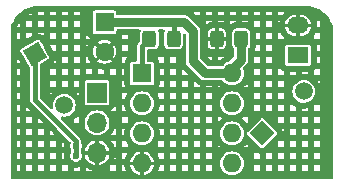
<source format=gbr>
%TF.GenerationSoftware,KiCad,Pcbnew,8.0.7*%
%TF.CreationDate,2024-12-14T00:48:09+01:00*%
%TF.ProjectId,FF2_20241213_1510,4646325f-3230-4323-9431-3231335f3135,0.2.0*%
%TF.SameCoordinates,Original*%
%TF.FileFunction,Copper,L1,Top*%
%TF.FilePolarity,Positive*%
%FSLAX46Y46*%
G04 Gerber Fmt 4.6, Leading zero omitted, Abs format (unit mm)*
G04 Created by KiCad (PCBNEW 8.0.7) date 2024-12-14 00:48:09*
%MOMM*%
%LPD*%
G01*
G04 APERTURE LIST*
G04 Aperture macros list*
%AMRoundRect*
0 Rectangle with rounded corners*
0 $1 Rounding radius*
0 $2 $3 $4 $5 $6 $7 $8 $9 X,Y pos of 4 corners*
0 Add a 4 corners polygon primitive as box body*
4,1,4,$2,$3,$4,$5,$6,$7,$8,$9,$2,$3,0*
0 Add four circle primitives for the rounded corners*
1,1,$1+$1,$2,$3*
1,1,$1+$1,$4,$5*
1,1,$1+$1,$6,$7*
1,1,$1+$1,$8,$9*
0 Add four rect primitives between the rounded corners*
20,1,$1+$1,$2,$3,$4,$5,0*
20,1,$1+$1,$4,$5,$6,$7,0*
20,1,$1+$1,$6,$7,$8,$9,0*
20,1,$1+$1,$8,$9,$2,$3,0*%
%AMRotRect*
0 Rectangle, with rotation*
0 The origin of the aperture is its center*
0 $1 length*
0 $2 width*
0 $3 Rotation angle, in degrees counterclockwise*
0 Add horizontal line*
21,1,$1,$2,0,0,$3*%
G04 Aperture macros list end*
%TA.AperFunction,ComponentPad*%
%ADD10R,1.800000X1.400000*%
%TD*%
%TA.AperFunction,ComponentPad*%
%ADD11O,1.800000X1.400000*%
%TD*%
%TA.AperFunction,ComponentPad*%
%ADD12R,1.600000X1.600000*%
%TD*%
%TA.AperFunction,ComponentPad*%
%ADD13C,1.600000*%
%TD*%
%TA.AperFunction,ComponentPad*%
%ADD14O,1.600000X1.600000*%
%TD*%
%TA.AperFunction,SMDPad,CuDef*%
%ADD15RoundRect,0.250000X0.325000X0.450000X-0.325000X0.450000X-0.325000X-0.450000X0.325000X-0.450000X0*%
%TD*%
%TA.AperFunction,ComponentPad*%
%ADD16RotRect,1.500000X1.500000X45.000000*%
%TD*%
%TA.AperFunction,ComponentPad*%
%ADD17C,1.500000*%
%TD*%
%TA.AperFunction,ComponentPad*%
%ADD18R,1.700000X1.700000*%
%TD*%
%TA.AperFunction,ComponentPad*%
%ADD19O,1.700000X1.700000*%
%TD*%
%TA.AperFunction,ComponentPad*%
%ADD20RotRect,1.500000X1.500000X300.000000*%
%TD*%
%TA.AperFunction,ViaPad*%
%ADD21C,0.600000*%
%TD*%
%TA.AperFunction,Conductor*%
%ADD22C,0.800000*%
%TD*%
%TA.AperFunction,Conductor*%
%ADD23C,0.400000*%
%TD*%
G04 APERTURE END LIST*
D10*
%TO.P,D1,1,K*%
%TO.N,+3V3*%
X126238000Y-106050000D03*
D11*
%TO.P,D1,2,A*%
%TO.N,GND*%
X126238000Y-103510000D03*
%TD*%
D12*
%TO.P,C1,1*%
%TO.N,+3V3*%
X109855000Y-103251000D03*
D13*
%TO.P,C1,2*%
%TO.N,GND*%
X109855000Y-105751000D03*
%TD*%
D12*
%TO.P,U1,1,~{RESET}/PB5*%
%TO.N,Net-(U1-~{RESET}{slash}PB5)*%
X113030000Y-107579000D03*
D14*
%TO.P,U1,2,PB3*%
%TO.N,Net-(U1-PB3)*%
X113030000Y-110119000D03*
%TO.P,U1,3,PB4*%
%TO.N,/pb4*%
X113030000Y-112659000D03*
%TO.P,U1,4,GND*%
%TO.N,GND*%
X113030000Y-115199000D03*
%TO.P,U1,5,PB0*%
%TO.N,Net-(U1-PB0)*%
X120650000Y-115199000D03*
%TO.P,U1,6,PB1*%
%TO.N,Net-(U1-PB1)*%
X120650000Y-112659000D03*
%TO.P,U1,7,PB2*%
%TO.N,/pb2*%
X120650000Y-110119000D03*
%TO.P,U1,8,VCC*%
%TO.N,+3V3*%
X120650000Y-107579000D03*
%TD*%
D15*
%TO.P,C2,1*%
%TO.N,+3V3*%
X121421000Y-104648000D03*
%TO.P,C2,2*%
%TO.N,GND*%
X119371000Y-104648000D03*
%TD*%
D16*
%TO.P,L1,1,1*%
%TO.N,Net-(L1-Pad1)*%
X123190000Y-112649000D03*
D17*
%TO.P,L1,2,2*%
%TO.N,/pb2*%
X126725534Y-109113466D03*
%TD*%
D15*
%TO.P,R1,1*%
%TO.N,+3V3*%
X115706000Y-104648000D03*
%TO.P,R1,2*%
%TO.N,Net-(U1-~{RESET}{slash}PB5)*%
X113656000Y-104648000D03*
%TD*%
D18*
%TO.P,J1,1*%
%TO.N,Net-(U1-PB3)*%
X109220000Y-109220000D03*
D19*
%TO.P,J1,2*%
%TO.N,/pb4*%
X109220000Y-111760000D03*
%TO.P,J1,3*%
%TO.N,GND*%
X109220000Y-114300000D03*
%TD*%
D20*
%TO.P,L2,1,1*%
%TO.N,Net-(L2-Pad1)*%
X103954000Y-105961046D03*
D17*
%TO.P,L2,2,2*%
%TO.N,/pb4*%
X106454000Y-110291173D03*
%TD*%
D21*
%TO.N,Net-(L2-Pad1)*%
X107442000Y-113710000D03*
X107442000Y-114554000D03*
%TD*%
D22*
%TO.N,+3V3*%
X121412000Y-105918000D02*
X121421000Y-105909000D01*
X116586000Y-103251000D02*
X109855000Y-103251000D01*
X118374000Y-107579000D02*
X117348000Y-106553000D01*
X121412000Y-106426000D02*
X121412000Y-105918000D01*
X120650000Y-107579000D02*
X120650000Y-107188000D01*
X117348000Y-104013000D02*
X116586000Y-103251000D01*
X117348000Y-106553000D02*
X117348000Y-104013000D01*
D23*
X126106000Y-106050000D02*
X126238000Y-106050000D01*
D22*
X120650000Y-107579000D02*
X118374000Y-107579000D01*
D23*
X115706000Y-104648000D02*
X115706000Y-103260000D01*
D22*
X121421000Y-105909000D02*
X121421000Y-104648000D01*
X120650000Y-107188000D02*
X121412000Y-106426000D01*
D23*
%TO.N,Net-(L2-Pad1)*%
X107442000Y-113710000D02*
X107442000Y-114554000D01*
X103954000Y-109796000D02*
X106172000Y-112014000D01*
X107442000Y-113284000D02*
X107442000Y-113710000D01*
X106172000Y-112014000D02*
X107442000Y-113284000D01*
X103954000Y-105961046D02*
X103954000Y-109796000D01*
%TO.N,Net-(U1-~{RESET}{slash}PB5)*%
X113030000Y-105274000D02*
X113656000Y-104648000D01*
X113030000Y-107579000D02*
X113030000Y-105274000D01*
%TD*%
%TA.AperFunction,Conductor*%
%TO.N,GND*%
G36*
X127003802Y-101900730D02*
G01*
X127262345Y-101916368D01*
X127277426Y-101918199D01*
X127528459Y-101964203D01*
X127543210Y-101967839D01*
X127786869Y-102043765D01*
X127801086Y-102049158D01*
X128033796Y-102153892D01*
X128047267Y-102160962D01*
X128265666Y-102292990D01*
X128278169Y-102301619D01*
X128479073Y-102459017D01*
X128490453Y-102469100D01*
X128670899Y-102649546D01*
X128680983Y-102660927D01*
X128838377Y-102861827D01*
X128847012Y-102874336D01*
X128851818Y-102882286D01*
X128979036Y-103092730D01*
X128986107Y-103106203D01*
X129090839Y-103338908D01*
X129096235Y-103353135D01*
X129172157Y-103596778D01*
X129175798Y-103611551D01*
X129221798Y-103862561D01*
X129223632Y-103877665D01*
X129232188Y-104019115D01*
X129238848Y-104129228D01*
X129239270Y-104136196D01*
X129239500Y-104143804D01*
X129239500Y-116413500D01*
X129219498Y-116481621D01*
X129165842Y-116528114D01*
X129113500Y-116539500D01*
X102026500Y-116539500D01*
X101958379Y-116519498D01*
X101911886Y-116465842D01*
X101900500Y-116413500D01*
X101900500Y-115870500D01*
X102406500Y-115870500D01*
X102662500Y-115870500D01*
X103168500Y-115870500D01*
X103678500Y-115870500D01*
X104184500Y-115870500D01*
X104694500Y-115870500D01*
X105200500Y-115870500D01*
X105710500Y-115870500D01*
X106216500Y-115870500D01*
X106726500Y-115870500D01*
X106726500Y-115541476D01*
X107232500Y-115541476D01*
X107232500Y-115870500D01*
X107742500Y-115870500D01*
X108248500Y-115870500D01*
X108758500Y-115870500D01*
X108758500Y-115849512D01*
X109264500Y-115849512D01*
X109264500Y-115870500D01*
X109774500Y-115870500D01*
X109774500Y-115757811D01*
X109560832Y-115822626D01*
X109554871Y-115824275D01*
X109542782Y-115827303D01*
X109536759Y-115828656D01*
X109512386Y-115833506D01*
X109506289Y-115834564D01*
X109493943Y-115836396D01*
X109487797Y-115837154D01*
X109310496Y-115854614D01*
X109264500Y-115849512D01*
X108758500Y-115849512D01*
X108758500Y-115786021D01*
X108657465Y-115755374D01*
X108651596Y-115753435D01*
X108639851Y-115749233D01*
X108634072Y-115747004D01*
X108611113Y-115737493D01*
X108605466Y-115734990D01*
X108594194Y-115729659D01*
X108588668Y-115726877D01*
X108384344Y-115617663D01*
X108378966Y-115614616D01*
X108368271Y-115608206D01*
X108363045Y-115604898D01*
X108342382Y-115591092D01*
X108337323Y-115587528D01*
X108327305Y-115580098D01*
X108322430Y-115576294D01*
X108248500Y-115515621D01*
X108248500Y-115870500D01*
X107742500Y-115870500D01*
X107742500Y-115514756D01*
X107639166Y-115545098D01*
X107630449Y-115547323D01*
X107612722Y-115551179D01*
X107603876Y-115552775D01*
X107568078Y-115557923D01*
X107559129Y-115558885D01*
X107541031Y-115560179D01*
X107532045Y-115560500D01*
X107351955Y-115560500D01*
X107342969Y-115560179D01*
X107324871Y-115558885D01*
X107315922Y-115557923D01*
X107280124Y-115552775D01*
X107271278Y-115551179D01*
X107253551Y-115547323D01*
X107244834Y-115545098D01*
X107232500Y-115541476D01*
X106726500Y-115541476D01*
X106726500Y-115442580D01*
X110280500Y-115442580D01*
X110280500Y-115870500D01*
X110790500Y-115870500D01*
X111296500Y-115870500D01*
X111681289Y-115870500D01*
X111649541Y-115811104D01*
X111646761Y-115805582D01*
X111641430Y-115794311D01*
X111638925Y-115788660D01*
X111629414Y-115765701D01*
X111627185Y-115759922D01*
X111622983Y-115748177D01*
X111621044Y-115742308D01*
X111556651Y-115530030D01*
X111555002Y-115524069D01*
X111551974Y-115511980D01*
X111550621Y-115505957D01*
X111545771Y-115481584D01*
X111544712Y-115475482D01*
X111542881Y-115463139D01*
X111542124Y-115457000D01*
X111532620Y-115360500D01*
X111296500Y-115360500D01*
X111296500Y-115870500D01*
X110790500Y-115870500D01*
X110790500Y-115360500D01*
X110362580Y-115360500D01*
X110349315Y-115376664D01*
X110345274Y-115381348D01*
X110336899Y-115390588D01*
X110332636Y-115395065D01*
X110315065Y-115412636D01*
X110310588Y-115416899D01*
X110301348Y-115425274D01*
X110296663Y-115429316D01*
X110280500Y-115442580D01*
X106726500Y-115442580D01*
X106726500Y-115360500D01*
X106216500Y-115360500D01*
X106216500Y-115870500D01*
X105710500Y-115870500D01*
X105710500Y-115360500D01*
X105200500Y-115360500D01*
X105200500Y-115870500D01*
X104694500Y-115870500D01*
X104694500Y-115360500D01*
X104184500Y-115360500D01*
X104184500Y-115870500D01*
X103678500Y-115870500D01*
X103678500Y-115360500D01*
X103168500Y-115360500D01*
X103168500Y-115870500D01*
X102662500Y-115870500D01*
X102662500Y-115360500D01*
X102406500Y-115360500D01*
X102406500Y-115870500D01*
X101900500Y-115870500D01*
X101900500Y-114854500D01*
X102406500Y-114854500D01*
X102662500Y-114854500D01*
X103168500Y-114854500D01*
X103678500Y-114854500D01*
X104184500Y-114854500D01*
X104694500Y-114854500D01*
X105200500Y-114854500D01*
X105710500Y-114854500D01*
X106216500Y-114854500D01*
X106475880Y-114854500D01*
X106466239Y-114821669D01*
X106464015Y-114812957D01*
X106460157Y-114795226D01*
X106458558Y-114786368D01*
X106432929Y-114608111D01*
X106431968Y-114599167D01*
X106430674Y-114581071D01*
X106430353Y-114572084D01*
X106430353Y-114535916D01*
X106430674Y-114526929D01*
X106431968Y-114508833D01*
X106432929Y-114499889D01*
X106455270Y-114344500D01*
X106216500Y-114344500D01*
X106216500Y-114854500D01*
X105710500Y-114854500D01*
X105710500Y-114344500D01*
X105200500Y-114344500D01*
X105200500Y-114854500D01*
X104694500Y-114854500D01*
X104694500Y-114344500D01*
X104184500Y-114344500D01*
X104184500Y-114854500D01*
X103678500Y-114854500D01*
X103678500Y-114344500D01*
X103168500Y-114344500D01*
X103168500Y-114854500D01*
X102662500Y-114854500D01*
X102662500Y-114344500D01*
X102406500Y-114344500D01*
X102406500Y-114854500D01*
X101900500Y-114854500D01*
X101900500Y-113838500D01*
X102406500Y-113838500D01*
X102662500Y-113838500D01*
X103168500Y-113838500D01*
X103678500Y-113838500D01*
X104184500Y-113838500D01*
X104694500Y-113838500D01*
X105200500Y-113838500D01*
X105710500Y-113838500D01*
X106216500Y-113838500D01*
X106443624Y-113838500D01*
X106432929Y-113764111D01*
X106431968Y-113755167D01*
X106430674Y-113737071D01*
X106430353Y-113728084D01*
X106430353Y-113691916D01*
X106430674Y-113682929D01*
X106431968Y-113664833D01*
X106432929Y-113655889D01*
X106445370Y-113569354D01*
X106216500Y-113340484D01*
X106216500Y-113838500D01*
X105710500Y-113838500D01*
X105710500Y-113328500D01*
X105200500Y-113328500D01*
X105200500Y-113838500D01*
X104694500Y-113838500D01*
X104694500Y-113328500D01*
X104184500Y-113328500D01*
X104184500Y-113838500D01*
X103678500Y-113838500D01*
X103678500Y-113328500D01*
X103168500Y-113328500D01*
X103168500Y-113838500D01*
X102662500Y-113838500D01*
X102662500Y-113328500D01*
X102406500Y-113328500D01*
X102406500Y-113838500D01*
X101900500Y-113838500D01*
X101900500Y-112822500D01*
X102406500Y-112822500D01*
X102662500Y-112822500D01*
X103168500Y-112822500D01*
X103678500Y-112822500D01*
X104184500Y-112822500D01*
X104694500Y-112822500D01*
X105200500Y-112822500D01*
X105698515Y-112822500D01*
X105485252Y-112609238D01*
X105485164Y-112609146D01*
X105200500Y-112324482D01*
X105200500Y-112822500D01*
X104694500Y-112822500D01*
X104694500Y-112312500D01*
X104184500Y-112312500D01*
X104184500Y-112822500D01*
X103678500Y-112822500D01*
X103678500Y-112312500D01*
X103168500Y-112312500D01*
X103168500Y-112822500D01*
X102662500Y-112822500D01*
X102662500Y-112312500D01*
X102406500Y-112312500D01*
X102406500Y-112822500D01*
X101900500Y-112822500D01*
X101900500Y-111806500D01*
X102406500Y-111806500D01*
X102662500Y-111806500D01*
X103168500Y-111806500D01*
X103678500Y-111806500D01*
X104184500Y-111806500D01*
X104682517Y-111806500D01*
X104184500Y-111308483D01*
X104184500Y-111806500D01*
X103678500Y-111806500D01*
X103678500Y-111296500D01*
X103168500Y-111296500D01*
X103168500Y-111806500D01*
X102662500Y-111806500D01*
X102662500Y-111296500D01*
X102406500Y-111296500D01*
X102406500Y-111806500D01*
X101900500Y-111806500D01*
X101900500Y-110790500D01*
X102406500Y-110790500D01*
X102662500Y-110790500D01*
X103168500Y-110790500D01*
X103666516Y-110790500D01*
X103264005Y-110387990D01*
X103258369Y-110381972D01*
X103247404Y-110369469D01*
X103242172Y-110363095D01*
X103221993Y-110336797D01*
X103217191Y-110330095D01*
X103207952Y-110316268D01*
X103203598Y-110309266D01*
X103186990Y-110280500D01*
X103168500Y-110280500D01*
X103168500Y-110790500D01*
X102662500Y-110790500D01*
X102662500Y-110280500D01*
X102406500Y-110280500D01*
X102406500Y-110790500D01*
X101900500Y-110790500D01*
X101900500Y-109774500D01*
X102406500Y-109774500D01*
X102662500Y-109774500D01*
X102662500Y-109264500D01*
X102406500Y-109264500D01*
X102406500Y-109774500D01*
X101900500Y-109774500D01*
X101900500Y-108758500D01*
X102406500Y-108758500D01*
X102662500Y-108758500D01*
X102662500Y-108248500D01*
X102406500Y-108248500D01*
X102406500Y-108758500D01*
X101900500Y-108758500D01*
X101900500Y-107742500D01*
X102406500Y-107742500D01*
X102662500Y-107742500D01*
X102662500Y-107232500D01*
X102406500Y-107232500D01*
X102406500Y-107742500D01*
X101900500Y-107742500D01*
X101900500Y-106726500D01*
X102406500Y-106726500D01*
X102662500Y-106726500D01*
X102662500Y-106637101D01*
X102419666Y-106216500D01*
X102406500Y-106216500D01*
X102406500Y-106726500D01*
X101900500Y-106726500D01*
X101900500Y-105713206D01*
X102726801Y-105713206D01*
X102726802Y-105713209D01*
X102726802Y-105713210D01*
X102745969Y-105769675D01*
X103515715Y-107102914D01*
X103515720Y-107102921D01*
X103522230Y-107110344D01*
X103552108Y-107174747D01*
X103553500Y-107193423D01*
X103553500Y-109743273D01*
X103553500Y-109848727D01*
X103580793Y-109950588D01*
X103580794Y-109950590D01*
X103580795Y-109950592D01*
X103633517Y-110041909D01*
X103633525Y-110041919D01*
X105847109Y-112255501D01*
X105847130Y-112255524D01*
X106958402Y-113366795D01*
X106992427Y-113429107D01*
X106987363Y-113499922D01*
X106983921Y-113508231D01*
X106956836Y-113567539D01*
X106956835Y-113567543D01*
X106936353Y-113710000D01*
X106956835Y-113852457D01*
X106976829Y-113896237D01*
X107016623Y-113983374D01*
X107021495Y-113990954D01*
X107017461Y-113993546D01*
X107038621Y-114032295D01*
X107041500Y-114059078D01*
X107041500Y-114204922D01*
X107021498Y-114273043D01*
X107021493Y-114273050D01*
X107016622Y-114280627D01*
X106977713Y-114365826D01*
X106956835Y-114411543D01*
X106936353Y-114554000D01*
X106956835Y-114696457D01*
X107016623Y-114827373D01*
X107040128Y-114854500D01*
X107110873Y-114936144D01*
X107137715Y-114953394D01*
X107231947Y-115013953D01*
X107370039Y-115054500D01*
X107513961Y-115054500D01*
X107652053Y-115013953D01*
X107773128Y-114936143D01*
X107867377Y-114827373D01*
X107927165Y-114696457D01*
X107947647Y-114554000D01*
X107947646Y-114553998D01*
X107948035Y-114551298D01*
X107973969Y-114494508D01*
X107956054Y-114482422D01*
X107954076Y-114477959D01*
X108154351Y-114477959D01*
X108167977Y-114486716D01*
X108193328Y-114532654D01*
X108245232Y-114703762D01*
X108342732Y-114886172D01*
X108473945Y-115046054D01*
X108633827Y-115177267D01*
X108816237Y-115274767D01*
X109014170Y-115334809D01*
X109069999Y-115340307D01*
X109070000Y-115340306D01*
X109070000Y-114777445D01*
X109154174Y-114800000D01*
X109285826Y-114800000D01*
X109370000Y-114777445D01*
X109370000Y-115340307D01*
X109425829Y-115334809D01*
X109623762Y-115274767D01*
X109806172Y-115177267D01*
X109962467Y-115048998D01*
X112039934Y-115048998D01*
X112039935Y-115049000D01*
X112656082Y-115049000D01*
X112630000Y-115146339D01*
X112630000Y-115251661D01*
X112656082Y-115349000D01*
X112039935Y-115349000D01*
X112039934Y-115349001D01*
X112044467Y-115395027D01*
X112101650Y-115583535D01*
X112194507Y-115757259D01*
X112319472Y-115909527D01*
X112471740Y-116034492D01*
X112645464Y-116127349D01*
X112833972Y-116184532D01*
X112879998Y-116189065D01*
X112880000Y-116189064D01*
X112880000Y-115572918D01*
X112977339Y-115599000D01*
X113082661Y-115599000D01*
X113180000Y-115572918D01*
X113180000Y-116189064D01*
X113180001Y-116189065D01*
X113226027Y-116184532D01*
X113414535Y-116127349D01*
X113588259Y-116034492D01*
X113740527Y-115909527D01*
X113772556Y-115870500D01*
X114378711Y-115870500D01*
X114854500Y-115870500D01*
X115360500Y-115870500D01*
X115870500Y-115870500D01*
X116376500Y-115870500D01*
X116886500Y-115870500D01*
X117392500Y-115870500D01*
X117902500Y-115870500D01*
X118408500Y-115870500D01*
X118918500Y-115870500D01*
X118918500Y-115360500D01*
X118408500Y-115360500D01*
X118408500Y-115870500D01*
X117902500Y-115870500D01*
X117902500Y-115360500D01*
X117392500Y-115360500D01*
X117392500Y-115870500D01*
X116886500Y-115870500D01*
X116886500Y-115360500D01*
X116376500Y-115360500D01*
X116376500Y-115870500D01*
X115870500Y-115870500D01*
X115870500Y-115360500D01*
X115360500Y-115360500D01*
X115360500Y-115870500D01*
X114854500Y-115870500D01*
X114854500Y-115360500D01*
X114527380Y-115360500D01*
X114517876Y-115457000D01*
X114517119Y-115463139D01*
X114515288Y-115475482D01*
X114514229Y-115481584D01*
X114509379Y-115505957D01*
X114508026Y-115511980D01*
X114504998Y-115524069D01*
X114503349Y-115530030D01*
X114438956Y-115742308D01*
X114437017Y-115748177D01*
X114432815Y-115759922D01*
X114430586Y-115765701D01*
X114421075Y-115788660D01*
X114418570Y-115794311D01*
X114413239Y-115805582D01*
X114410459Y-115811104D01*
X114378711Y-115870500D01*
X113772556Y-115870500D01*
X113865492Y-115757259D01*
X113958349Y-115583535D01*
X114015532Y-115395027D01*
X114020065Y-115349001D01*
X114020065Y-115349000D01*
X113403918Y-115349000D01*
X113430000Y-115251661D01*
X113430000Y-115198996D01*
X119644659Y-115198996D01*
X119644659Y-115199003D01*
X119663974Y-115395124D01*
X119663974Y-115395126D01*
X119721186Y-115583728D01*
X119739325Y-115617663D01*
X119814090Y-115757538D01*
X119939117Y-115909883D01*
X120091462Y-116034910D01*
X120265273Y-116127814D01*
X120453868Y-116185024D01*
X120453872Y-116185024D01*
X120453874Y-116185025D01*
X120649997Y-116204341D01*
X120650000Y-116204341D01*
X120650003Y-116204341D01*
X120846124Y-116185025D01*
X120846126Y-116185025D01*
X120846127Y-116185024D01*
X120846132Y-116185024D01*
X121034727Y-116127814D01*
X121208538Y-116034910D01*
X121360883Y-115909883D01*
X121393204Y-115870500D01*
X122472500Y-115870500D01*
X122982500Y-115870500D01*
X123488500Y-115870500D01*
X123998500Y-115870500D01*
X124504500Y-115870500D01*
X125014500Y-115870500D01*
X125520500Y-115870500D01*
X126030500Y-115870500D01*
X126536500Y-115870500D01*
X127046500Y-115870500D01*
X127552500Y-115870500D01*
X128062500Y-115870500D01*
X128568500Y-115870500D01*
X128733500Y-115870500D01*
X128733500Y-115360500D01*
X128568500Y-115360500D01*
X128568500Y-115870500D01*
X128062500Y-115870500D01*
X128062500Y-115360500D01*
X127552500Y-115360500D01*
X127552500Y-115870500D01*
X127046500Y-115870500D01*
X127046500Y-115360500D01*
X126536500Y-115360500D01*
X126536500Y-115870500D01*
X126030500Y-115870500D01*
X126030500Y-115360500D01*
X125520500Y-115360500D01*
X125520500Y-115870500D01*
X125014500Y-115870500D01*
X125014500Y-115360500D01*
X124504500Y-115360500D01*
X124504500Y-115870500D01*
X123998500Y-115870500D01*
X123998500Y-115360500D01*
X123488500Y-115360500D01*
X123488500Y-115870500D01*
X122982500Y-115870500D01*
X122982500Y-115360500D01*
X122472500Y-115360500D01*
X122472500Y-115870500D01*
X121393204Y-115870500D01*
X121485910Y-115757538D01*
X121578814Y-115583727D01*
X121636024Y-115395132D01*
X121636031Y-115395065D01*
X121655341Y-115199003D01*
X121655341Y-115198996D01*
X121636025Y-115002875D01*
X121636025Y-115002873D01*
X121636024Y-115002870D01*
X121636024Y-115002868D01*
X121591017Y-114854500D01*
X122472500Y-114854500D01*
X122982500Y-114854500D01*
X122982500Y-114388409D01*
X122976648Y-114386944D01*
X122952765Y-114379699D01*
X122941125Y-114375534D01*
X122895138Y-114356486D01*
X122891499Y-114354765D01*
X123488500Y-114354765D01*
X123488500Y-114854500D01*
X123998500Y-114854500D01*
X124504500Y-114854500D01*
X125014500Y-114854500D01*
X125520500Y-114854500D01*
X126030500Y-114854500D01*
X126536500Y-114854500D01*
X127046500Y-114854500D01*
X127552500Y-114854500D01*
X128062500Y-114854500D01*
X128568500Y-114854500D01*
X128733500Y-114854500D01*
X128733500Y-114344500D01*
X128568500Y-114344500D01*
X128568500Y-114854500D01*
X128062500Y-114854500D01*
X128062500Y-114344500D01*
X127552500Y-114344500D01*
X127552500Y-114854500D01*
X127046500Y-114854500D01*
X127046500Y-114344500D01*
X126536500Y-114344500D01*
X126536500Y-114854500D01*
X126030500Y-114854500D01*
X126030500Y-114344500D01*
X125520500Y-114344500D01*
X125520500Y-114854500D01*
X125014500Y-114854500D01*
X125014500Y-114344500D01*
X124504500Y-114344500D01*
X124504500Y-114854500D01*
X123998500Y-114854500D01*
X123998500Y-114344500D01*
X123508573Y-114344500D01*
X123496045Y-114351197D01*
X123488500Y-114354765D01*
X122891499Y-114354765D01*
X122883955Y-114351197D01*
X122871427Y-114344500D01*
X122472500Y-114344500D01*
X122472500Y-114854500D01*
X121591017Y-114854500D01*
X121578814Y-114814273D01*
X121485910Y-114640462D01*
X121360883Y-114488117D01*
X121208538Y-114363090D01*
X121186288Y-114351197D01*
X121034728Y-114270186D01*
X120900674Y-114229521D01*
X120846132Y-114212976D01*
X120846131Y-114212975D01*
X120846125Y-114212974D01*
X120650003Y-114193659D01*
X120649997Y-114193659D01*
X120453875Y-114212974D01*
X120453873Y-114212974D01*
X120265271Y-114270186D01*
X120091461Y-114363090D01*
X119939117Y-114488117D01*
X119814090Y-114640461D01*
X119721186Y-114814271D01*
X119663974Y-115002873D01*
X119663974Y-115002875D01*
X119644659Y-115198996D01*
X113430000Y-115198996D01*
X113430000Y-115146339D01*
X113403918Y-115049000D01*
X114020065Y-115049000D01*
X114020065Y-115048998D01*
X114015532Y-115002972D01*
X113958349Y-114814464D01*
X113865492Y-114640740D01*
X113740527Y-114488472D01*
X113710092Y-114463494D01*
X114344500Y-114463494D01*
X114410459Y-114586896D01*
X114413239Y-114592418D01*
X114418570Y-114603689D01*
X114421075Y-114609340D01*
X114430586Y-114632299D01*
X114432815Y-114638078D01*
X114437017Y-114649823D01*
X114438956Y-114655692D01*
X114499263Y-114854500D01*
X114854500Y-114854500D01*
X115360500Y-114854500D01*
X115870500Y-114854500D01*
X116376500Y-114854500D01*
X116886500Y-114854500D01*
X117392500Y-114854500D01*
X117902500Y-114854500D01*
X118408500Y-114854500D01*
X118918500Y-114854500D01*
X118918500Y-114344500D01*
X118408500Y-114344500D01*
X118408500Y-114854500D01*
X117902500Y-114854500D01*
X117902500Y-114344500D01*
X117392500Y-114344500D01*
X117392500Y-114854500D01*
X116886500Y-114854500D01*
X116886500Y-114344500D01*
X116376500Y-114344500D01*
X116376500Y-114854500D01*
X115870500Y-114854500D01*
X115870500Y-114344500D01*
X115360500Y-114344500D01*
X115360500Y-114854500D01*
X114854500Y-114854500D01*
X114854500Y-114344500D01*
X114344500Y-114344500D01*
X114344500Y-114463494D01*
X113710092Y-114463494D01*
X113588259Y-114363507D01*
X113414536Y-114270650D01*
X113226031Y-114213468D01*
X113180000Y-114208934D01*
X113180000Y-114825081D01*
X113082661Y-114799000D01*
X112977339Y-114799000D01*
X112880000Y-114825081D01*
X112880000Y-114208934D01*
X112879999Y-114208934D01*
X112833968Y-114213468D01*
X112645463Y-114270650D01*
X112471740Y-114363507D01*
X112319472Y-114488472D01*
X112194507Y-114640740D01*
X112101650Y-114814464D01*
X112044467Y-115002972D01*
X112039934Y-115048998D01*
X109962467Y-115048998D01*
X109966054Y-115046054D01*
X110097267Y-114886172D01*
X110114196Y-114854500D01*
X110677811Y-114854500D01*
X110790500Y-114854500D01*
X111296500Y-114854500D01*
X111560737Y-114854500D01*
X111621044Y-114655692D01*
X111622983Y-114649823D01*
X111627185Y-114638078D01*
X111629414Y-114632299D01*
X111638925Y-114609340D01*
X111641430Y-114603689D01*
X111646761Y-114592418D01*
X111649541Y-114586896D01*
X111754112Y-114391257D01*
X111757159Y-114385879D01*
X111763569Y-114375184D01*
X111766877Y-114369958D01*
X111780683Y-114349295D01*
X111784061Y-114344500D01*
X111296500Y-114344500D01*
X111296500Y-114854500D01*
X110790500Y-114854500D01*
X110790500Y-114344500D01*
X110769513Y-114344500D01*
X110774614Y-114390496D01*
X110757154Y-114567797D01*
X110756396Y-114573943D01*
X110754564Y-114586289D01*
X110753506Y-114592386D01*
X110748656Y-114616759D01*
X110747303Y-114622782D01*
X110744275Y-114634871D01*
X110742626Y-114640832D01*
X110677811Y-114854500D01*
X110114196Y-114854500D01*
X110194767Y-114703762D01*
X110254809Y-114505829D01*
X110260307Y-114450000D01*
X109697445Y-114450000D01*
X109720000Y-114365826D01*
X109720000Y-114234174D01*
X109697445Y-114150000D01*
X110260307Y-114150000D01*
X110260307Y-114149999D01*
X110254809Y-114094170D01*
X110194767Y-113896237D01*
X110097267Y-113713827D01*
X109966054Y-113553945D01*
X109806172Y-113422732D01*
X109629877Y-113328500D01*
X110435621Y-113328500D01*
X110496294Y-113402430D01*
X110500098Y-113407305D01*
X110507528Y-113417323D01*
X110511092Y-113422382D01*
X110524898Y-113443045D01*
X110528206Y-113448271D01*
X110534616Y-113458966D01*
X110537663Y-113464344D01*
X110646877Y-113668668D01*
X110649659Y-113674194D01*
X110654990Y-113685466D01*
X110657493Y-113691113D01*
X110667004Y-113714072D01*
X110669233Y-113719851D01*
X110673435Y-113731596D01*
X110675374Y-113737464D01*
X110706023Y-113838500D01*
X110790500Y-113838500D01*
X111296500Y-113838500D01*
X111806500Y-113838500D01*
X111806500Y-113542871D01*
X111795065Y-113528938D01*
X111791256Y-113524057D01*
X111783826Y-113514038D01*
X111780266Y-113508984D01*
X111766460Y-113488321D01*
X111763152Y-113483095D01*
X111756742Y-113472400D01*
X111753695Y-113467022D01*
X111679653Y-113328500D01*
X111296500Y-113328500D01*
X111296500Y-113838500D01*
X110790500Y-113838500D01*
X110790500Y-113328500D01*
X110435621Y-113328500D01*
X109629877Y-113328500D01*
X109623763Y-113325232D01*
X109425834Y-113265192D01*
X109370000Y-113259692D01*
X109370000Y-113822554D01*
X109285826Y-113800000D01*
X109154174Y-113800000D01*
X109070000Y-113822554D01*
X109070000Y-113259692D01*
X109014165Y-113265192D01*
X108816236Y-113325232D01*
X108633827Y-113422732D01*
X108473945Y-113553945D01*
X108342732Y-113713827D01*
X108245232Y-113896237D01*
X108185190Y-114094170D01*
X108179692Y-114149999D01*
X108179693Y-114150000D01*
X108742555Y-114150000D01*
X108720000Y-114234174D01*
X108720000Y-114365826D01*
X108742555Y-114450000D01*
X108179693Y-114450000D01*
X108154351Y-114477959D01*
X107954076Y-114477959D01*
X107928378Y-114419983D01*
X107927165Y-114411544D01*
X107927165Y-114411543D01*
X107867377Y-114280627D01*
X107862507Y-114273050D01*
X107864440Y-114271807D01*
X107842829Y-114214024D01*
X107842500Y-114204922D01*
X107842500Y-114059078D01*
X107862502Y-113990957D01*
X107862507Y-113990950D01*
X107867376Y-113983374D01*
X107867375Y-113983374D01*
X107867377Y-113983373D01*
X107927165Y-113852457D01*
X107947647Y-113710000D01*
X107927165Y-113567543D01*
X107867377Y-113436627D01*
X107862507Y-113429050D01*
X107864440Y-113427807D01*
X107842829Y-113370024D01*
X107842500Y-113360922D01*
X107842500Y-113231274D01*
X107842499Y-113231270D01*
X107836666Y-113209499D01*
X107836666Y-113209500D01*
X107815207Y-113129412D01*
X107765737Y-113043728D01*
X107762482Y-113038090D01*
X107762474Y-113038080D01*
X107546894Y-112822500D01*
X110361586Y-112822500D01*
X110790500Y-112822500D01*
X111296500Y-112822500D01*
X111532314Y-112822500D01*
X111519878Y-112696229D01*
X111519423Y-112690064D01*
X111518811Y-112677609D01*
X111518659Y-112671425D01*
X111518659Y-112658996D01*
X112024659Y-112658996D01*
X112024659Y-112659003D01*
X112043974Y-112855124D01*
X112043974Y-112855126D01*
X112101186Y-113043728D01*
X112189793Y-113209499D01*
X112194090Y-113217538D01*
X112319117Y-113369883D01*
X112471462Y-113494910D01*
X112645273Y-113587814D01*
X112833868Y-113645024D01*
X112833872Y-113645024D01*
X112833874Y-113645025D01*
X113029997Y-113664341D01*
X113030000Y-113664341D01*
X113030003Y-113664341D01*
X113226124Y-113645025D01*
X113226126Y-113645025D01*
X113226127Y-113645024D01*
X113226132Y-113645024D01*
X113414727Y-113587814D01*
X113588538Y-113494910D01*
X113709591Y-113395564D01*
X114344500Y-113395564D01*
X114344500Y-113838500D01*
X114854500Y-113838500D01*
X115360500Y-113838500D01*
X115870500Y-113838500D01*
X116376500Y-113838500D01*
X116886500Y-113838500D01*
X117392500Y-113838500D01*
X117902500Y-113838500D01*
X118408500Y-113838500D01*
X118918500Y-113838500D01*
X119424500Y-113838500D01*
X119712515Y-113838500D01*
X121587485Y-113838500D01*
X121966500Y-113838500D01*
X121966500Y-113485302D01*
X121933938Y-113452740D01*
X121926305Y-113467022D01*
X121923258Y-113472400D01*
X121916848Y-113483095D01*
X121913540Y-113488321D01*
X121899734Y-113508984D01*
X121896174Y-113514038D01*
X121888744Y-113524057D01*
X121884936Y-113528937D01*
X121744143Y-113700492D01*
X121740102Y-113705176D01*
X121731727Y-113714416D01*
X121727464Y-113718893D01*
X121709893Y-113736464D01*
X121705416Y-113740727D01*
X121696176Y-113749102D01*
X121691492Y-113753143D01*
X121587485Y-113838500D01*
X119712515Y-113838500D01*
X119608508Y-113753143D01*
X119603824Y-113749102D01*
X119594584Y-113740727D01*
X119590107Y-113736464D01*
X119572536Y-113718893D01*
X119568273Y-113714416D01*
X119559898Y-113705176D01*
X119555857Y-113700492D01*
X119424500Y-113540434D01*
X119424500Y-113838500D01*
X118918500Y-113838500D01*
X118918500Y-113328500D01*
X118408500Y-113328500D01*
X118408500Y-113838500D01*
X117902500Y-113838500D01*
X117902500Y-113328500D01*
X117392500Y-113328500D01*
X117392500Y-113838500D01*
X116886500Y-113838500D01*
X116886500Y-113328500D01*
X116376500Y-113328500D01*
X116376500Y-113838500D01*
X115870500Y-113838500D01*
X115870500Y-113328500D01*
X115360500Y-113328500D01*
X115360500Y-113838500D01*
X114854500Y-113838500D01*
X114854500Y-113328500D01*
X114380347Y-113328500D01*
X114344500Y-113395564D01*
X113709591Y-113395564D01*
X113740883Y-113369883D01*
X113865910Y-113217538D01*
X113958814Y-113043727D01*
X114016024Y-112855132D01*
X114029008Y-112723305D01*
X114035341Y-112659003D01*
X114035341Y-112658996D01*
X114016025Y-112462875D01*
X114016025Y-112462873D01*
X114016024Y-112462870D01*
X114016024Y-112462868D01*
X113970410Y-112312500D01*
X114499179Y-112312500D01*
X114503842Y-112327872D01*
X114505490Y-112333828D01*
X114508519Y-112345919D01*
X114509874Y-112351953D01*
X114514723Y-112376327D01*
X114515779Y-112382412D01*
X114517611Y-112394754D01*
X114518370Y-112400905D01*
X114540122Y-112621771D01*
X114540577Y-112627936D01*
X114541189Y-112640391D01*
X114541341Y-112646575D01*
X114541341Y-112671425D01*
X114541189Y-112677609D01*
X114540577Y-112690064D01*
X114540122Y-112696229D01*
X114527686Y-112822500D01*
X114854500Y-112822500D01*
X115360500Y-112822500D01*
X115870500Y-112822500D01*
X116376500Y-112822500D01*
X116886500Y-112822500D01*
X117392500Y-112822500D01*
X117902500Y-112822500D01*
X118408500Y-112822500D01*
X118918500Y-112822500D01*
X118918500Y-112658996D01*
X119644659Y-112658996D01*
X119644659Y-112659003D01*
X119663974Y-112855124D01*
X119663974Y-112855126D01*
X119721186Y-113043728D01*
X119809793Y-113209499D01*
X119814090Y-113217538D01*
X119939117Y-113369883D01*
X120091462Y-113494910D01*
X120265273Y-113587814D01*
X120453868Y-113645024D01*
X120453872Y-113645024D01*
X120453874Y-113645025D01*
X120649997Y-113664341D01*
X120650000Y-113664341D01*
X120650003Y-113664341D01*
X120846124Y-113645025D01*
X120846126Y-113645025D01*
X120846127Y-113645024D01*
X120846132Y-113645024D01*
X121034727Y-113587814D01*
X121208538Y-113494910D01*
X121360883Y-113369883D01*
X121485910Y-113217538D01*
X121578814Y-113043727D01*
X121636024Y-112855132D01*
X121649008Y-112723305D01*
X121655341Y-112659003D01*
X121655341Y-112658996D01*
X121654356Y-112648999D01*
X121924912Y-112648999D01*
X121924912Y-112649000D01*
X121940472Y-112727230D01*
X121940473Y-112727231D01*
X121973601Y-112776811D01*
X121973604Y-112776814D01*
X121973607Y-112776818D01*
X123062181Y-113865392D01*
X123062184Y-113865394D01*
X123062189Y-113865399D01*
X123111769Y-113898527D01*
X123190000Y-113914088D01*
X123268231Y-113898527D01*
X123317811Y-113865399D01*
X123788908Y-113394302D01*
X124504500Y-113394302D01*
X124504500Y-113838500D01*
X125014500Y-113838500D01*
X125520500Y-113838500D01*
X126030500Y-113838500D01*
X126536500Y-113838500D01*
X127046500Y-113838500D01*
X127552500Y-113838500D01*
X128062500Y-113838500D01*
X128568500Y-113838500D01*
X128733500Y-113838500D01*
X128733500Y-113328500D01*
X128568500Y-113328500D01*
X128568500Y-113838500D01*
X128062500Y-113838500D01*
X128062500Y-113328500D01*
X127552500Y-113328500D01*
X127552500Y-113838500D01*
X127046500Y-113838500D01*
X127046500Y-113328500D01*
X126536500Y-113328500D01*
X126536500Y-113838500D01*
X126030500Y-113838500D01*
X126030500Y-113328500D01*
X125520500Y-113328500D01*
X125520500Y-113838500D01*
X125014500Y-113838500D01*
X125014500Y-113328500D01*
X124570302Y-113328500D01*
X124504500Y-113394302D01*
X123788908Y-113394302D01*
X124406399Y-112776811D01*
X124439527Y-112727231D01*
X124455088Y-112649000D01*
X124453887Y-112642964D01*
X124439527Y-112570769D01*
X124439526Y-112570768D01*
X124406399Y-112521189D01*
X124406394Y-112521184D01*
X124406392Y-112521181D01*
X124197711Y-112312500D01*
X124875369Y-112312500D01*
X124880432Y-112320946D01*
X124892197Y-112342955D01*
X124897486Y-112354138D01*
X124916534Y-112400125D01*
X124920699Y-112411765D01*
X124927944Y-112435648D01*
X124930949Y-112447644D01*
X124956221Y-112574695D01*
X124958035Y-112586927D01*
X124960481Y-112611763D01*
X124961088Y-112624112D01*
X124961088Y-112673888D01*
X124960481Y-112686237D01*
X124958035Y-112711073D01*
X124956221Y-112723305D01*
X124936490Y-112822500D01*
X125014500Y-112822500D01*
X125520500Y-112822500D01*
X126030500Y-112822500D01*
X126536500Y-112822500D01*
X127046500Y-112822500D01*
X127552500Y-112822500D01*
X128062500Y-112822500D01*
X128568500Y-112822500D01*
X128733500Y-112822500D01*
X128733500Y-112312500D01*
X128568500Y-112312500D01*
X128568500Y-112822500D01*
X128062500Y-112822500D01*
X128062500Y-112312500D01*
X127552500Y-112312500D01*
X127552500Y-112822500D01*
X127046500Y-112822500D01*
X127046500Y-112312500D01*
X126536500Y-112312500D01*
X126536500Y-112822500D01*
X126030500Y-112822500D01*
X126030500Y-112312500D01*
X125520500Y-112312500D01*
X125520500Y-112822500D01*
X125014500Y-112822500D01*
X125014500Y-112312500D01*
X124875369Y-112312500D01*
X124197711Y-112312500D01*
X123691711Y-111806500D01*
X124504500Y-111806500D01*
X125014500Y-111806500D01*
X125520500Y-111806500D01*
X126030500Y-111806500D01*
X126536500Y-111806500D01*
X127046500Y-111806500D01*
X127552500Y-111806500D01*
X128062500Y-111806500D01*
X128568500Y-111806500D01*
X128733500Y-111806500D01*
X128733500Y-111296500D01*
X128568500Y-111296500D01*
X128568500Y-111806500D01*
X128062500Y-111806500D01*
X128062500Y-111296500D01*
X127552500Y-111296500D01*
X127552500Y-111806500D01*
X127046500Y-111806500D01*
X127046500Y-111296500D01*
X126536500Y-111296500D01*
X126536500Y-111806500D01*
X126030500Y-111806500D01*
X126030500Y-111296500D01*
X125520500Y-111296500D01*
X125520500Y-111806500D01*
X125014500Y-111806500D01*
X125014500Y-111296500D01*
X124504500Y-111296500D01*
X124504500Y-111806500D01*
X123691711Y-111806500D01*
X123317818Y-111432607D01*
X123317814Y-111432604D01*
X123317811Y-111432601D01*
X123268231Y-111399473D01*
X123268230Y-111399472D01*
X123190000Y-111383912D01*
X123111769Y-111399472D01*
X123111768Y-111399473D01*
X123082438Y-111419071D01*
X123073522Y-111425029D01*
X123062188Y-111432602D01*
X123062181Y-111432607D01*
X121973607Y-112521181D01*
X121973602Y-112521188D01*
X121940473Y-112570768D01*
X121940472Y-112570769D01*
X121924912Y-112648999D01*
X121654356Y-112648999D01*
X121636025Y-112462875D01*
X121636025Y-112462873D01*
X121636024Y-112462870D01*
X121636024Y-112462868D01*
X121578814Y-112274273D01*
X121485910Y-112100462D01*
X121360883Y-111948117D01*
X121208538Y-111823090D01*
X121172752Y-111803962D01*
X121034728Y-111730186D01*
X120846125Y-111672974D01*
X120650003Y-111653659D01*
X120649997Y-111653659D01*
X120453875Y-111672974D01*
X120453873Y-111672974D01*
X120265271Y-111730186D01*
X120091461Y-111823090D01*
X119939117Y-111948117D01*
X119814090Y-112100461D01*
X119721186Y-112274271D01*
X119663974Y-112462873D01*
X119663974Y-112462875D01*
X119644659Y-112658996D01*
X118918500Y-112658996D01*
X118918500Y-112312500D01*
X118408500Y-112312500D01*
X118408500Y-112822500D01*
X117902500Y-112822500D01*
X117902500Y-112312500D01*
X117392500Y-112312500D01*
X117392500Y-112822500D01*
X116886500Y-112822500D01*
X116886500Y-112312500D01*
X116376500Y-112312500D01*
X116376500Y-112822500D01*
X115870500Y-112822500D01*
X115870500Y-112312500D01*
X115360500Y-112312500D01*
X115360500Y-112822500D01*
X114854500Y-112822500D01*
X114854500Y-112312500D01*
X114499179Y-112312500D01*
X113970410Y-112312500D01*
X113958814Y-112274273D01*
X113865910Y-112100462D01*
X113740883Y-111948117D01*
X113588538Y-111823090D01*
X113557500Y-111806500D01*
X114344500Y-111806500D01*
X114854500Y-111806500D01*
X115360500Y-111806500D01*
X115870500Y-111806500D01*
X116376500Y-111806500D01*
X116886500Y-111806500D01*
X117392500Y-111806500D01*
X117902500Y-111806500D01*
X118408500Y-111806500D01*
X118918500Y-111806500D01*
X118918500Y-111777565D01*
X119424500Y-111777565D01*
X119555857Y-111617508D01*
X119559898Y-111612824D01*
X119568273Y-111603584D01*
X119572536Y-111599107D01*
X119590107Y-111581536D01*
X119594584Y-111577273D01*
X119603824Y-111568898D01*
X119608508Y-111564857D01*
X119780063Y-111424064D01*
X119784943Y-111420256D01*
X119794962Y-111412826D01*
X119800016Y-111409266D01*
X119820679Y-111395460D01*
X119825905Y-111392152D01*
X119831164Y-111389000D01*
X121468835Y-111389000D01*
X121474095Y-111392152D01*
X121479321Y-111395460D01*
X121499984Y-111409266D01*
X121505038Y-111412826D01*
X121515057Y-111420256D01*
X121519937Y-111424064D01*
X121691492Y-111564857D01*
X121696176Y-111568898D01*
X121705416Y-111577273D01*
X121709893Y-111581536D01*
X121727464Y-111599107D01*
X121731727Y-111603584D01*
X121740102Y-111612824D01*
X121744143Y-111617508D01*
X121884936Y-111789063D01*
X121888744Y-111793943D01*
X121896174Y-111803962D01*
X121897962Y-111806500D01*
X121966500Y-111806500D01*
X121966500Y-111296500D01*
X121589922Y-111296500D01*
X121519937Y-111353936D01*
X121515057Y-111357744D01*
X121505038Y-111365174D01*
X121499984Y-111368734D01*
X121479321Y-111382540D01*
X121474095Y-111385848D01*
X121468835Y-111389000D01*
X119831164Y-111389000D01*
X119825905Y-111385848D01*
X119820679Y-111382540D01*
X119800016Y-111368734D01*
X119794962Y-111365174D01*
X119784943Y-111357744D01*
X119780063Y-111353936D01*
X119710078Y-111296500D01*
X119424500Y-111296500D01*
X119424500Y-111777565D01*
X118918500Y-111777565D01*
X118918500Y-111296500D01*
X118408500Y-111296500D01*
X118408500Y-111806500D01*
X117902500Y-111806500D01*
X117902500Y-111296500D01*
X117392500Y-111296500D01*
X117392500Y-111806500D01*
X116886500Y-111806500D01*
X116886500Y-111296500D01*
X116376500Y-111296500D01*
X116376500Y-111806500D01*
X115870500Y-111806500D01*
X115870500Y-111296500D01*
X115360500Y-111296500D01*
X115360500Y-111806500D01*
X114854500Y-111806500D01*
X114854500Y-111296500D01*
X114344500Y-111296500D01*
X114344500Y-111806500D01*
X113557500Y-111806500D01*
X113552752Y-111803962D01*
X113414728Y-111730186D01*
X113226125Y-111672974D01*
X113030003Y-111653659D01*
X113029997Y-111653659D01*
X112833875Y-111672974D01*
X112833873Y-111672974D01*
X112645271Y-111730186D01*
X112471461Y-111823090D01*
X112319117Y-111948117D01*
X112194090Y-112100461D01*
X112101186Y-112274271D01*
X112043974Y-112462873D01*
X112043974Y-112462875D01*
X112024659Y-112658996D01*
X111518659Y-112658996D01*
X111518659Y-112646575D01*
X111518811Y-112640391D01*
X111519423Y-112627936D01*
X111519878Y-112621771D01*
X111541630Y-112400905D01*
X111542389Y-112394754D01*
X111544221Y-112382412D01*
X111545277Y-112376327D01*
X111550126Y-112351953D01*
X111551481Y-112345919D01*
X111554510Y-112333828D01*
X111556158Y-112327872D01*
X111560821Y-112312500D01*
X111296500Y-112312500D01*
X111296500Y-112822500D01*
X110790500Y-112822500D01*
X110790500Y-112312500D01*
X110678940Y-112312500D01*
X110675838Y-112322727D01*
X110673899Y-112328596D01*
X110669697Y-112340341D01*
X110667468Y-112346120D01*
X110657957Y-112369079D01*
X110655450Y-112374734D01*
X110650118Y-112386006D01*
X110647340Y-112391524D01*
X110538078Y-112595937D01*
X110535029Y-112601320D01*
X110528616Y-112612019D01*
X110525308Y-112617242D01*
X110511502Y-112637904D01*
X110507938Y-112642964D01*
X110500512Y-112652976D01*
X110496711Y-112657847D01*
X110361586Y-112822500D01*
X107546894Y-112822500D01*
X106413524Y-111689130D01*
X106413501Y-111689109D01*
X106250955Y-111526563D01*
X107232500Y-111526563D01*
X107232500Y-111792515D01*
X107246485Y-111806500D01*
X107660549Y-111806500D01*
X107659636Y-111797231D01*
X107659181Y-111791064D01*
X107658569Y-111778608D01*
X107658417Y-111772425D01*
X107658417Y-111759996D01*
X108164417Y-111759996D01*
X108164417Y-111760003D01*
X108184698Y-111965927D01*
X108244768Y-112163954D01*
X108342138Y-112346120D01*
X108342315Y-112346450D01*
X108473590Y-112506410D01*
X108633550Y-112637685D01*
X108816046Y-112735232D01*
X109014066Y-112795300D01*
X109014070Y-112795300D01*
X109014072Y-112795301D01*
X109219997Y-112815583D01*
X109220000Y-112815583D01*
X109220003Y-112815583D01*
X109425927Y-112795301D01*
X109425928Y-112795300D01*
X109425934Y-112795300D01*
X109623954Y-112735232D01*
X109806450Y-112637685D01*
X109966410Y-112506410D01*
X110097685Y-112346450D01*
X110195232Y-112163954D01*
X110255300Y-111965934D01*
X110272524Y-111791064D01*
X110275583Y-111760003D01*
X110275583Y-111759996D01*
X110255301Y-111554072D01*
X110255300Y-111554070D01*
X110255300Y-111554066D01*
X110195232Y-111356046D01*
X110163404Y-111296500D01*
X110705937Y-111296500D01*
X110743118Y-111419071D01*
X110744767Y-111425029D01*
X110747795Y-111437117D01*
X110749148Y-111443143D01*
X110753998Y-111467516D01*
X110755057Y-111473618D01*
X110756888Y-111485961D01*
X110757645Y-111492100D01*
X110780364Y-111722769D01*
X110780819Y-111728936D01*
X110781431Y-111741392D01*
X110781583Y-111747575D01*
X110781583Y-111772425D01*
X110781431Y-111778608D01*
X110780819Y-111791064D01*
X110780364Y-111797231D01*
X110779451Y-111806500D01*
X110790500Y-111806500D01*
X111296500Y-111806500D01*
X111782038Y-111806500D01*
X111783826Y-111803962D01*
X111791256Y-111793943D01*
X111795064Y-111789063D01*
X111806500Y-111775128D01*
X111806500Y-111296500D01*
X111296500Y-111296500D01*
X111296500Y-111806500D01*
X110790500Y-111806500D01*
X110790500Y-111296500D01*
X110705937Y-111296500D01*
X110163404Y-111296500D01*
X110097685Y-111173550D01*
X109966410Y-111013590D01*
X109806450Y-110882315D01*
X109806448Y-110882314D01*
X109806447Y-110882313D01*
X109623954Y-110784768D01*
X109425934Y-110724700D01*
X109425933Y-110724699D01*
X109425927Y-110724698D01*
X109302450Y-110712537D01*
X110373926Y-110712537D01*
X110437907Y-110790500D01*
X110790500Y-110790500D01*
X111296500Y-110790500D01*
X111680722Y-110790500D01*
X111649077Y-110731297D01*
X111646295Y-110725771D01*
X111640964Y-110714499D01*
X111638459Y-110708847D01*
X111628949Y-110685888D01*
X111626726Y-110680126D01*
X111622523Y-110668382D01*
X111620580Y-110662502D01*
X111556158Y-110450129D01*
X111554510Y-110444172D01*
X111551481Y-110432081D01*
X111550126Y-110426047D01*
X111545277Y-110401673D01*
X111544221Y-110395588D01*
X111542389Y-110383246D01*
X111541630Y-110377095D01*
X111532117Y-110280500D01*
X111296500Y-110280500D01*
X111296500Y-110790500D01*
X110790500Y-110790500D01*
X110790500Y-110280500D01*
X110747999Y-110280500D01*
X110747283Y-110283358D01*
X110740037Y-110307242D01*
X110735871Y-110318883D01*
X110716821Y-110364870D01*
X110711537Y-110376043D01*
X110699774Y-110398051D01*
X110693416Y-110408660D01*
X110621447Y-110516367D01*
X110614081Y-110526298D01*
X110598249Y-110545589D01*
X110589945Y-110554750D01*
X110554750Y-110589945D01*
X110545589Y-110598249D01*
X110526298Y-110614081D01*
X110516367Y-110621447D01*
X110408660Y-110693416D01*
X110398051Y-110699774D01*
X110376043Y-110711537D01*
X110373926Y-110712537D01*
X109302450Y-110712537D01*
X109220003Y-110704417D01*
X109219997Y-110704417D01*
X109014072Y-110724698D01*
X108816045Y-110784768D01*
X108633552Y-110882313D01*
X108473590Y-111013590D01*
X108342313Y-111173552D01*
X108244768Y-111356045D01*
X108184698Y-111554072D01*
X108164417Y-111759996D01*
X107658417Y-111759996D01*
X107658417Y-111747575D01*
X107658569Y-111741392D01*
X107659181Y-111728936D01*
X107659636Y-111722769D01*
X107682355Y-111492100D01*
X107683112Y-111485961D01*
X107684943Y-111473618D01*
X107686002Y-111467516D01*
X107690852Y-111443143D01*
X107692205Y-111437117D01*
X107695233Y-111425029D01*
X107696882Y-111419071D01*
X107734062Y-111296500D01*
X107513141Y-111296500D01*
X107512617Y-111297139D01*
X107508576Y-111301823D01*
X107500201Y-111311063D01*
X107495938Y-111315540D01*
X107478367Y-111333111D01*
X107473890Y-111337374D01*
X107464650Y-111345749D01*
X107459966Y-111349790D01*
X107296024Y-111484335D01*
X107291144Y-111488143D01*
X107281125Y-111495573D01*
X107276071Y-111499133D01*
X107255408Y-111512939D01*
X107250182Y-111516247D01*
X107239487Y-111522657D01*
X107234108Y-111525704D01*
X107232500Y-111526563D01*
X106250955Y-111526563D01*
X106166863Y-111442471D01*
X106132837Y-111380159D01*
X106137902Y-111309344D01*
X106180449Y-111252508D01*
X106246969Y-111227697D01*
X106268308Y-111227983D01*
X106453997Y-111246272D01*
X106454000Y-111246272D01*
X106454003Y-111246272D01*
X106640323Y-111227921D01*
X106640325Y-111227920D01*
X106640331Y-111227920D01*
X106668449Y-111219390D01*
X106819496Y-111173571D01*
X106819498Y-111173569D01*
X106819501Y-111173569D01*
X106984625Y-111085309D01*
X107129357Y-110966530D01*
X107248136Y-110821798D01*
X107336396Y-110656674D01*
X107361536Y-110573801D01*
X107390746Y-110477507D01*
X107390748Y-110477496D01*
X107409099Y-110291176D01*
X107409099Y-110291169D01*
X107390748Y-110104849D01*
X107390746Y-110104838D01*
X107336398Y-109925676D01*
X107336396Y-109925672D01*
X107263249Y-109788823D01*
X107248136Y-109760548D01*
X107129357Y-109615816D01*
X106984625Y-109497037D01*
X106950809Y-109478962D01*
X106819500Y-109408776D01*
X106819496Y-109408774D01*
X106640334Y-109354426D01*
X106640323Y-109354424D01*
X106454003Y-109336074D01*
X106453997Y-109336074D01*
X106267676Y-109354424D01*
X106267665Y-109354426D01*
X106088503Y-109408774D01*
X106088499Y-109408776D01*
X105923374Y-109497037D01*
X105778643Y-109615816D01*
X105659864Y-109760547D01*
X105571603Y-109925672D01*
X105571601Y-109925676D01*
X105517253Y-110104838D01*
X105517251Y-110104849D01*
X105498901Y-110291169D01*
X105498901Y-110291176D01*
X105517189Y-110476863D01*
X105503960Y-110546616D01*
X105455120Y-110598144D01*
X105386175Y-110615088D01*
X105319014Y-110592066D01*
X105302701Y-110578308D01*
X104391405Y-109667012D01*
X104357379Y-109604700D01*
X104354500Y-109577917D01*
X104354500Y-109546552D01*
X105200500Y-109546552D01*
X105219469Y-109511064D01*
X105222516Y-109505686D01*
X105228926Y-109494991D01*
X105232234Y-109489765D01*
X105246040Y-109469102D01*
X105249600Y-109464048D01*
X105257030Y-109454029D01*
X105260838Y-109449149D01*
X105395383Y-109285207D01*
X105399424Y-109280523D01*
X105407799Y-109271283D01*
X105412062Y-109266806D01*
X105414368Y-109264500D01*
X107493632Y-109264500D01*
X107495938Y-109266806D01*
X107500201Y-109271283D01*
X107508576Y-109280523D01*
X107512617Y-109285207D01*
X107647162Y-109449149D01*
X107650970Y-109454029D01*
X107658400Y-109464048D01*
X107661960Y-109469102D01*
X107663500Y-109471406D01*
X107663500Y-109264500D01*
X107493632Y-109264500D01*
X105414368Y-109264500D01*
X105200500Y-109264500D01*
X105200500Y-109546552D01*
X104354500Y-109546552D01*
X104354500Y-108758500D01*
X105200500Y-108758500D01*
X105710500Y-108758500D01*
X106216500Y-108758500D01*
X106726500Y-108758500D01*
X107232500Y-108758500D01*
X107663500Y-108758500D01*
X107663500Y-108350249D01*
X108169500Y-108350249D01*
X108169500Y-110089750D01*
X108175318Y-110119000D01*
X108181133Y-110148231D01*
X108225448Y-110214552D01*
X108291769Y-110258867D01*
X108350252Y-110270500D01*
X108350253Y-110270500D01*
X110089747Y-110270500D01*
X110089748Y-110270500D01*
X110148231Y-110258867D01*
X110214552Y-110214552D01*
X110258867Y-110148231D01*
X110264682Y-110118996D01*
X112024659Y-110118996D01*
X112024659Y-110119003D01*
X112043974Y-110315124D01*
X112043974Y-110315126D01*
X112101186Y-110503728D01*
X112148404Y-110592066D01*
X112194090Y-110677538D01*
X112319117Y-110829883D01*
X112471462Y-110954910D01*
X112645273Y-111047814D01*
X112833868Y-111105024D01*
X112833872Y-111105024D01*
X112833874Y-111105025D01*
X113029997Y-111124341D01*
X113030000Y-111124341D01*
X113030003Y-111124341D01*
X113226124Y-111105025D01*
X113226126Y-111105025D01*
X113226127Y-111105024D01*
X113226132Y-111105024D01*
X113414727Y-111047814D01*
X113588538Y-110954910D01*
X113740883Y-110829883D01*
X113773204Y-110790500D01*
X114379278Y-110790500D01*
X114854500Y-110790500D01*
X115360500Y-110790500D01*
X115870500Y-110790500D01*
X116376500Y-110790500D01*
X116886500Y-110790500D01*
X117392500Y-110790500D01*
X117902500Y-110790500D01*
X118408500Y-110790500D01*
X118918500Y-110790500D01*
X118918500Y-110280500D01*
X118408500Y-110280500D01*
X118408500Y-110790500D01*
X117902500Y-110790500D01*
X117902500Y-110280500D01*
X117392500Y-110280500D01*
X117392500Y-110790500D01*
X116886500Y-110790500D01*
X116886500Y-110280500D01*
X116376500Y-110280500D01*
X116376500Y-110790500D01*
X115870500Y-110790500D01*
X115870500Y-110280500D01*
X115360500Y-110280500D01*
X115360500Y-110790500D01*
X114854500Y-110790500D01*
X114854500Y-110280500D01*
X114527883Y-110280500D01*
X114518370Y-110377095D01*
X114517611Y-110383246D01*
X114515779Y-110395588D01*
X114514723Y-110401673D01*
X114509874Y-110426047D01*
X114508519Y-110432081D01*
X114505490Y-110444172D01*
X114503842Y-110450129D01*
X114439420Y-110662502D01*
X114437477Y-110668382D01*
X114433274Y-110680126D01*
X114431051Y-110685888D01*
X114421541Y-110708847D01*
X114419036Y-110714499D01*
X114413705Y-110725771D01*
X114410923Y-110731297D01*
X114379278Y-110790500D01*
X113773204Y-110790500D01*
X113865910Y-110677538D01*
X113958814Y-110503727D01*
X114016024Y-110315132D01*
X114016862Y-110306628D01*
X114035341Y-110119003D01*
X114035341Y-110118996D01*
X119644659Y-110118996D01*
X119644659Y-110119003D01*
X119663974Y-110315124D01*
X119663974Y-110315126D01*
X119721186Y-110503728D01*
X119768404Y-110592066D01*
X119814090Y-110677538D01*
X119939117Y-110829883D01*
X120091462Y-110954910D01*
X120265273Y-111047814D01*
X120453868Y-111105024D01*
X120453872Y-111105024D01*
X120453874Y-111105025D01*
X120649997Y-111124341D01*
X120650000Y-111124341D01*
X120650003Y-111124341D01*
X120846124Y-111105025D01*
X120846126Y-111105025D01*
X120846127Y-111105024D01*
X120846132Y-111105024D01*
X121034727Y-111047814D01*
X121208538Y-110954910D01*
X121360883Y-110829883D01*
X121393204Y-110790500D01*
X122472500Y-110790500D01*
X122982500Y-110790500D01*
X123488500Y-110790500D01*
X123998500Y-110790500D01*
X124504500Y-110790500D01*
X125014500Y-110790500D01*
X125520500Y-110790500D01*
X126030500Y-110790500D01*
X126030500Y-110558395D01*
X126536500Y-110558395D01*
X126536500Y-110790500D01*
X127046500Y-110790500D01*
X127046500Y-110538130D01*
X127040905Y-110539679D01*
X127028814Y-110542708D01*
X127022780Y-110544063D01*
X126998406Y-110548912D01*
X126992321Y-110549968D01*
X126979979Y-110551800D01*
X126973829Y-110552559D01*
X126762765Y-110573346D01*
X126756598Y-110573801D01*
X126744142Y-110574413D01*
X126737959Y-110574565D01*
X126713109Y-110574565D01*
X126706926Y-110574413D01*
X126694470Y-110573801D01*
X126688303Y-110573346D01*
X126536500Y-110558395D01*
X126030500Y-110558395D01*
X126030500Y-110393469D01*
X125945426Y-110347997D01*
X125940047Y-110344950D01*
X125929352Y-110338540D01*
X125924126Y-110335232D01*
X125903463Y-110321426D01*
X125898567Y-110317977D01*
X127552500Y-110317977D01*
X127552500Y-110790500D01*
X128062500Y-110790500D01*
X128568500Y-110790500D01*
X128733500Y-110790500D01*
X128733500Y-110280500D01*
X128568500Y-110280500D01*
X128568500Y-110790500D01*
X128062500Y-110790500D01*
X128062500Y-110280500D01*
X127599395Y-110280500D01*
X127567558Y-110306628D01*
X127562678Y-110310436D01*
X127552659Y-110317866D01*
X127552500Y-110317977D01*
X125898567Y-110317977D01*
X125898409Y-110317866D01*
X125888390Y-110310436D01*
X125883510Y-110306628D01*
X125851673Y-110280500D01*
X125520500Y-110280500D01*
X125520500Y-110790500D01*
X125014500Y-110790500D01*
X125014500Y-110280500D01*
X124504500Y-110280500D01*
X124504500Y-110790500D01*
X123998500Y-110790500D01*
X123998500Y-110280500D01*
X123488500Y-110280500D01*
X123488500Y-110790500D01*
X122982500Y-110790500D01*
X122982500Y-110280500D01*
X122472500Y-110280500D01*
X122472500Y-110790500D01*
X121393204Y-110790500D01*
X121485910Y-110677538D01*
X121578814Y-110503727D01*
X121636024Y-110315132D01*
X121636862Y-110306628D01*
X121655341Y-110119003D01*
X121655341Y-110118996D01*
X121636025Y-109922875D01*
X121636025Y-109922873D01*
X121636024Y-109922870D01*
X121636024Y-109922868D01*
X121591017Y-109774500D01*
X122472500Y-109774500D01*
X122982500Y-109774500D01*
X123488500Y-109774500D01*
X123998500Y-109774500D01*
X124504500Y-109774500D01*
X125014500Y-109774500D01*
X125014500Y-109264500D01*
X124504500Y-109264500D01*
X124504500Y-109774500D01*
X123998500Y-109774500D01*
X123998500Y-109264500D01*
X123488500Y-109264500D01*
X123488500Y-109774500D01*
X122982500Y-109774500D01*
X122982500Y-109264500D01*
X122472500Y-109264500D01*
X122472500Y-109774500D01*
X121591017Y-109774500D01*
X121578814Y-109734273D01*
X121485910Y-109560462D01*
X121360883Y-109408117D01*
X121208538Y-109283090D01*
X121034728Y-109190186D01*
X120846125Y-109132974D01*
X120650003Y-109113659D01*
X120649997Y-109113659D01*
X120453875Y-109132974D01*
X120453873Y-109132974D01*
X120265271Y-109190186D01*
X120091461Y-109283090D01*
X119939117Y-109408117D01*
X119814090Y-109560461D01*
X119721186Y-109734271D01*
X119663974Y-109922873D01*
X119663974Y-109922875D01*
X119644659Y-110118996D01*
X114035341Y-110118996D01*
X114016025Y-109922875D01*
X114016025Y-109922873D01*
X114016024Y-109922870D01*
X114016024Y-109922868D01*
X113958814Y-109734273D01*
X113865910Y-109560462D01*
X113740883Y-109408117D01*
X113709588Y-109382434D01*
X114344500Y-109382434D01*
X114410923Y-109506703D01*
X114413705Y-109512229D01*
X114419036Y-109523501D01*
X114421541Y-109529153D01*
X114431051Y-109552112D01*
X114433274Y-109557874D01*
X114437477Y-109569618D01*
X114439420Y-109575498D01*
X114499786Y-109774500D01*
X114854500Y-109774500D01*
X115360500Y-109774500D01*
X115870500Y-109774500D01*
X116376500Y-109774500D01*
X116886500Y-109774500D01*
X117392500Y-109774500D01*
X117902500Y-109774500D01*
X118408500Y-109774500D01*
X118918500Y-109774500D01*
X118918500Y-109264500D01*
X118408500Y-109264500D01*
X118408500Y-109774500D01*
X117902500Y-109774500D01*
X117902500Y-109264500D01*
X117392500Y-109264500D01*
X117392500Y-109774500D01*
X116886500Y-109774500D01*
X116886500Y-109264500D01*
X116376500Y-109264500D01*
X116376500Y-109774500D01*
X115870500Y-109774500D01*
X115870500Y-109264500D01*
X115360500Y-109264500D01*
X115360500Y-109774500D01*
X114854500Y-109774500D01*
X114854500Y-109264500D01*
X114344500Y-109264500D01*
X114344500Y-109382434D01*
X113709588Y-109382434D01*
X113588538Y-109283090D01*
X113414728Y-109190186D01*
X113226125Y-109132974D01*
X113030003Y-109113659D01*
X113029997Y-109113659D01*
X112833875Y-109132974D01*
X112833873Y-109132974D01*
X112645271Y-109190186D01*
X112471461Y-109283090D01*
X112319117Y-109408117D01*
X112194090Y-109560461D01*
X112101186Y-109734271D01*
X112043974Y-109922873D01*
X112043974Y-109922875D01*
X112024659Y-110118996D01*
X110264682Y-110118996D01*
X110270500Y-110089748D01*
X110270500Y-109774500D01*
X110776500Y-109774500D01*
X110790500Y-109774500D01*
X111296500Y-109774500D01*
X111560214Y-109774500D01*
X111620580Y-109575498D01*
X111622523Y-109569618D01*
X111626726Y-109557874D01*
X111628949Y-109552112D01*
X111638459Y-109529153D01*
X111640964Y-109523501D01*
X111646295Y-109512229D01*
X111649077Y-109506703D01*
X111753695Y-109310978D01*
X111756742Y-109305600D01*
X111763152Y-109294905D01*
X111766460Y-109289679D01*
X111780266Y-109269016D01*
X111783447Y-109264500D01*
X111296500Y-109264500D01*
X111296500Y-109774500D01*
X110790500Y-109774500D01*
X110790500Y-109264500D01*
X110776500Y-109264500D01*
X110776500Y-109774500D01*
X110270500Y-109774500D01*
X110270500Y-109113462D01*
X125770435Y-109113462D01*
X125770435Y-109113469D01*
X125788785Y-109299789D01*
X125788787Y-109299800D01*
X125843135Y-109478962D01*
X125843137Y-109478966D01*
X125910343Y-109604700D01*
X125931398Y-109644091D01*
X126050177Y-109788823D01*
X126194909Y-109907602D01*
X126360033Y-109995862D01*
X126360037Y-109995864D01*
X126539199Y-110050212D01*
X126539200Y-110050212D01*
X126539203Y-110050213D01*
X126539206Y-110050213D01*
X126539210Y-110050214D01*
X126725531Y-110068565D01*
X126725534Y-110068565D01*
X126725537Y-110068565D01*
X126911857Y-110050214D01*
X126911859Y-110050213D01*
X126911865Y-110050213D01*
X126939983Y-110041683D01*
X127091030Y-109995864D01*
X127091032Y-109995862D01*
X127091035Y-109995862D01*
X127256159Y-109907602D01*
X127400891Y-109788823D01*
X127412646Y-109774500D01*
X128568500Y-109774500D01*
X128733500Y-109774500D01*
X128733500Y-109264500D01*
X128568500Y-109264500D01*
X128568500Y-109774500D01*
X127412646Y-109774500D01*
X127519670Y-109644091D01*
X127607930Y-109478967D01*
X127616976Y-109449149D01*
X127662280Y-109299800D01*
X127662282Y-109299789D01*
X127680633Y-109113469D01*
X127680633Y-109113462D01*
X127662282Y-108927142D01*
X127662280Y-108927131D01*
X127611127Y-108758500D01*
X128568500Y-108758500D01*
X128733500Y-108758500D01*
X128733500Y-108248500D01*
X128568500Y-108248500D01*
X128568500Y-108758500D01*
X127611127Y-108758500D01*
X127607932Y-108747969D01*
X127607930Y-108747965D01*
X127574298Y-108685043D01*
X127519670Y-108582841D01*
X127400891Y-108438109D01*
X127256159Y-108319330D01*
X127214287Y-108296949D01*
X127123645Y-108248500D01*
X127899868Y-108248500D01*
X127918696Y-108271442D01*
X127922504Y-108276322D01*
X127929934Y-108286341D01*
X127933494Y-108291395D01*
X127947300Y-108312058D01*
X127950608Y-108317284D01*
X127957018Y-108327979D01*
X127960065Y-108333357D01*
X128060039Y-108520396D01*
X128062500Y-108525284D01*
X128062500Y-108248500D01*
X127899868Y-108248500D01*
X127123645Y-108248500D01*
X127091034Y-108231069D01*
X127091030Y-108231067D01*
X126911868Y-108176719D01*
X126911857Y-108176717D01*
X126725537Y-108158367D01*
X126725531Y-108158367D01*
X126539210Y-108176717D01*
X126539199Y-108176719D01*
X126360037Y-108231067D01*
X126360033Y-108231069D01*
X126194908Y-108319330D01*
X126050177Y-108438109D01*
X125931398Y-108582840D01*
X125843137Y-108747965D01*
X125843135Y-108747969D01*
X125788787Y-108927131D01*
X125788785Y-108927142D01*
X125770435Y-109113462D01*
X110270500Y-109113462D01*
X110270500Y-108350252D01*
X110258867Y-108291769D01*
X110229955Y-108248500D01*
X110766174Y-108248500D01*
X110769202Y-108263725D01*
X110770258Y-108269813D01*
X110772089Y-108282153D01*
X110772848Y-108288300D01*
X110775283Y-108313031D01*
X110775738Y-108319202D01*
X110776349Y-108331654D01*
X110776500Y-108337829D01*
X110776500Y-108758500D01*
X110790500Y-108758500D01*
X111296500Y-108758500D01*
X111633873Y-108758500D01*
X114426127Y-108758500D01*
X114854500Y-108758500D01*
X115360500Y-108758500D01*
X115870500Y-108758500D01*
X116376500Y-108758500D01*
X116886500Y-108758500D01*
X117392500Y-108758500D01*
X117902500Y-108758500D01*
X118408500Y-108758500D01*
X118918500Y-108758500D01*
X119424500Y-108758500D01*
X119712515Y-108758500D01*
X121587485Y-108758500D01*
X121966500Y-108758500D01*
X122472500Y-108758500D01*
X122982500Y-108758500D01*
X123488500Y-108758500D01*
X123998500Y-108758500D01*
X124504500Y-108758500D01*
X125014500Y-108758500D01*
X125014500Y-108248500D01*
X124504500Y-108248500D01*
X124504500Y-108758500D01*
X123998500Y-108758500D01*
X123998500Y-108248500D01*
X123488500Y-108248500D01*
X123488500Y-108758500D01*
X122982500Y-108758500D01*
X122982500Y-108248500D01*
X122472500Y-108248500D01*
X122472500Y-108758500D01*
X121966500Y-108758500D01*
X121966500Y-108311823D01*
X121926305Y-108387022D01*
X121923258Y-108392400D01*
X121916848Y-108403095D01*
X121913540Y-108408321D01*
X121899734Y-108428984D01*
X121896174Y-108434038D01*
X121888744Y-108444057D01*
X121884936Y-108448937D01*
X121744143Y-108620492D01*
X121740102Y-108625176D01*
X121731727Y-108634416D01*
X121727464Y-108638893D01*
X121709893Y-108656464D01*
X121705416Y-108660727D01*
X121696176Y-108669102D01*
X121691492Y-108673143D01*
X121587485Y-108758500D01*
X119712515Y-108758500D01*
X119623565Y-108685500D01*
X119424500Y-108685500D01*
X119424500Y-108758500D01*
X118918500Y-108758500D01*
X118918500Y-108685500D01*
X118408500Y-108685500D01*
X118408500Y-108758500D01*
X117902500Y-108758500D01*
X117902500Y-108584456D01*
X117839092Y-108547847D01*
X117839088Y-108547843D01*
X117737935Y-108489445D01*
X117730927Y-108485088D01*
X117717098Y-108475847D01*
X117710400Y-108471046D01*
X117684101Y-108450866D01*
X117677727Y-108445635D01*
X117665224Y-108434670D01*
X117659207Y-108429035D01*
X117527212Y-108297041D01*
X117527124Y-108296949D01*
X117478675Y-108248500D01*
X117392500Y-108248500D01*
X117392500Y-108758500D01*
X116886500Y-108758500D01*
X116886500Y-108248500D01*
X116376500Y-108248500D01*
X116376500Y-108758500D01*
X115870500Y-108758500D01*
X115870500Y-108248500D01*
X115360500Y-108248500D01*
X115360500Y-108758500D01*
X114854500Y-108758500D01*
X114854500Y-108248500D01*
X114536500Y-108248500D01*
X114536500Y-108411171D01*
X114536349Y-108417346D01*
X114535738Y-108429798D01*
X114535283Y-108435969D01*
X114532848Y-108460700D01*
X114532089Y-108466847D01*
X114530258Y-108479187D01*
X114529202Y-108485275D01*
X114510289Y-108580359D01*
X114507283Y-108592358D01*
X114500037Y-108616242D01*
X114495871Y-108627883D01*
X114476821Y-108673870D01*
X114471537Y-108685043D01*
X114459774Y-108707051D01*
X114453416Y-108717660D01*
X114426127Y-108758500D01*
X111633873Y-108758500D01*
X111606584Y-108717660D01*
X111600226Y-108707051D01*
X111588463Y-108685043D01*
X111583179Y-108673870D01*
X111564129Y-108627883D01*
X111559963Y-108616242D01*
X111552717Y-108592358D01*
X111549711Y-108580359D01*
X111530798Y-108485275D01*
X111529742Y-108479187D01*
X111527911Y-108466847D01*
X111527152Y-108460700D01*
X111524717Y-108435969D01*
X111524262Y-108429798D01*
X111523651Y-108417346D01*
X111523500Y-108411171D01*
X111523500Y-108248500D01*
X111296500Y-108248500D01*
X111296500Y-108758500D01*
X110790500Y-108758500D01*
X110790500Y-108248500D01*
X110766174Y-108248500D01*
X110229955Y-108248500D01*
X110214552Y-108225448D01*
X110148231Y-108181133D01*
X110148228Y-108181132D01*
X110089750Y-108169500D01*
X110089748Y-108169500D01*
X108350252Y-108169500D01*
X108350249Y-108169500D01*
X108291771Y-108181132D01*
X108291768Y-108181133D01*
X108225448Y-108225448D01*
X108181133Y-108291768D01*
X108181132Y-108291771D01*
X108169500Y-108350249D01*
X107663500Y-108350249D01*
X107663500Y-108337829D01*
X107663651Y-108331654D01*
X107664262Y-108319202D01*
X107664717Y-108313031D01*
X107667152Y-108288300D01*
X107667911Y-108282153D01*
X107669742Y-108269813D01*
X107670798Y-108263725D01*
X107673826Y-108248500D01*
X107232500Y-108248500D01*
X107232500Y-108758500D01*
X106726500Y-108758500D01*
X106726500Y-108248500D01*
X106216500Y-108248500D01*
X106216500Y-108758500D01*
X105710500Y-108758500D01*
X105710500Y-108248500D01*
X105200500Y-108248500D01*
X105200500Y-108758500D01*
X104354500Y-108758500D01*
X104354500Y-107742500D01*
X105200500Y-107742500D01*
X105710500Y-107742500D01*
X106216500Y-107742500D01*
X106726500Y-107742500D01*
X107232500Y-107742500D01*
X107742500Y-107742500D01*
X107742500Y-107692001D01*
X110280500Y-107692001D01*
X110283358Y-107692717D01*
X110307242Y-107699963D01*
X110318883Y-107704129D01*
X110364870Y-107723179D01*
X110376043Y-107728463D01*
X110398051Y-107740226D01*
X110401845Y-107742500D01*
X110790500Y-107742500D01*
X111296500Y-107742500D01*
X111523500Y-107742500D01*
X111523500Y-107232500D01*
X111296500Y-107232500D01*
X111296500Y-107742500D01*
X110790500Y-107742500D01*
X110790500Y-107232500D01*
X110280500Y-107232500D01*
X110280500Y-107692001D01*
X107742500Y-107692001D01*
X107742500Y-107673826D01*
X108248500Y-107673826D01*
X108263725Y-107670798D01*
X108269813Y-107669742D01*
X108282153Y-107667911D01*
X108288300Y-107667152D01*
X108313031Y-107664717D01*
X108319202Y-107664262D01*
X108331654Y-107663651D01*
X108337829Y-107663500D01*
X108758500Y-107663500D01*
X109264500Y-107663500D01*
X109774500Y-107663500D01*
X109774500Y-107256358D01*
X109597000Y-107238876D01*
X109590861Y-107238119D01*
X109578518Y-107236288D01*
X109572416Y-107235229D01*
X109558702Y-107232500D01*
X109264500Y-107232500D01*
X109264500Y-107663500D01*
X108758500Y-107663500D01*
X108758500Y-107232500D01*
X108248500Y-107232500D01*
X108248500Y-107673826D01*
X107742500Y-107673826D01*
X107742500Y-107232500D01*
X107232500Y-107232500D01*
X107232500Y-107742500D01*
X106726500Y-107742500D01*
X106726500Y-107232500D01*
X106216500Y-107232500D01*
X106216500Y-107742500D01*
X105710500Y-107742500D01*
X105710500Y-107232500D01*
X105200500Y-107232500D01*
X105200500Y-107742500D01*
X104354500Y-107742500D01*
X104354500Y-106900104D01*
X104374502Y-106831983D01*
X104417497Y-106790987D01*
X104529192Y-106726500D01*
X105490233Y-106726500D01*
X105710500Y-106726500D01*
X106216500Y-106726500D01*
X106726500Y-106726500D01*
X107232500Y-106726500D01*
X107742500Y-106726500D01*
X108248500Y-106726500D01*
X108707346Y-106726500D01*
X108620485Y-106620662D01*
X108616678Y-106615784D01*
X108609249Y-106605767D01*
X108605689Y-106600712D01*
X108591881Y-106580047D01*
X108588574Y-106574825D01*
X108582162Y-106564128D01*
X108579112Y-106558744D01*
X108474541Y-106363104D01*
X108471761Y-106357582D01*
X108466430Y-106346311D01*
X108463925Y-106340660D01*
X108454414Y-106317701D01*
X108452185Y-106311922D01*
X108447983Y-106300177D01*
X108446044Y-106294308D01*
X108422441Y-106216500D01*
X108248500Y-106216500D01*
X108248500Y-106726500D01*
X107742500Y-106726500D01*
X107742500Y-106216500D01*
X107232500Y-106216500D01*
X107232500Y-106726500D01*
X106726500Y-106726500D01*
X106726500Y-106216500D01*
X106216500Y-106216500D01*
X106216500Y-106726500D01*
X105710500Y-106726500D01*
X105710500Y-106216500D01*
X105687753Y-106216500D01*
X105687742Y-106217140D01*
X105679270Y-106346403D01*
X105677857Y-106358691D01*
X105673791Y-106383315D01*
X105671181Y-106395398D01*
X105658298Y-106443478D01*
X105654514Y-106455252D01*
X105645723Y-106478608D01*
X105640806Y-106489951D01*
X105583514Y-106606129D01*
X105577509Y-106616935D01*
X105564333Y-106638125D01*
X105557297Y-106648291D01*
X105526996Y-106687783D01*
X105518996Y-106697213D01*
X105501932Y-106715433D01*
X105493043Y-106724036D01*
X105490233Y-106726500D01*
X104529192Y-106726500D01*
X105095871Y-106399329D01*
X105140703Y-106360013D01*
X105175981Y-106288475D01*
X105181198Y-106208882D01*
X105162031Y-106152417D01*
X104930271Y-105750997D01*
X108850161Y-105750997D01*
X108850161Y-105751002D01*
X108869467Y-105947027D01*
X108926650Y-106135535D01*
X109019504Y-106309253D01*
X109019511Y-106309264D01*
X109048851Y-106345014D01*
X109484533Y-105909333D01*
X109534920Y-105996606D01*
X109609394Y-106071080D01*
X109696665Y-106121465D01*
X109260983Y-106557147D01*
X109296735Y-106586488D01*
X109296746Y-106586495D01*
X109470464Y-106679349D01*
X109658972Y-106736532D01*
X109854997Y-106755839D01*
X109855003Y-106755839D01*
X110051027Y-106736532D01*
X110084098Y-106726500D01*
X111296500Y-106726500D01*
X111524387Y-106726500D01*
X111524717Y-106722031D01*
X111527152Y-106697300D01*
X111527911Y-106691153D01*
X111529742Y-106678813D01*
X111530798Y-106672725D01*
X111549711Y-106577641D01*
X111552717Y-106565642D01*
X111559963Y-106541758D01*
X111564129Y-106530117D01*
X111583179Y-106484130D01*
X111588463Y-106472957D01*
X111600226Y-106450949D01*
X111606584Y-106440340D01*
X111678553Y-106332633D01*
X111685919Y-106322702D01*
X111701751Y-106303411D01*
X111710055Y-106294250D01*
X111745250Y-106259055D01*
X111754411Y-106250751D01*
X111773702Y-106234919D01*
X111783633Y-106227554D01*
X111800176Y-106216500D01*
X111296500Y-106216500D01*
X111296500Y-106726500D01*
X110084098Y-106726500D01*
X110239535Y-106679349D01*
X110413254Y-106586495D01*
X110413259Y-106586492D01*
X110449015Y-106557146D01*
X110013334Y-106121465D01*
X110100606Y-106071080D01*
X110175080Y-105996606D01*
X110225465Y-105909334D01*
X110661146Y-106345015D01*
X110690492Y-106309259D01*
X110690495Y-106309254D01*
X110783349Y-106135535D01*
X110840532Y-105947027D01*
X110859839Y-105751002D01*
X110859839Y-105750997D01*
X110840532Y-105554972D01*
X110783349Y-105366464D01*
X110755828Y-105314976D01*
X111296500Y-105314976D01*
X111328349Y-105419970D01*
X111329998Y-105425931D01*
X111333026Y-105438020D01*
X111334379Y-105444043D01*
X111339229Y-105468416D01*
X111340288Y-105474518D01*
X111342119Y-105486861D01*
X111342876Y-105493000D01*
X111364298Y-105710500D01*
X111806500Y-105710500D01*
X111806500Y-105200500D01*
X111296500Y-105200500D01*
X111296500Y-105314976D01*
X110755828Y-105314976D01*
X110690495Y-105192746D01*
X110690488Y-105192735D01*
X110661147Y-105156983D01*
X110225465Y-105592665D01*
X110175080Y-105505394D01*
X110100606Y-105430920D01*
X110013333Y-105380533D01*
X110449014Y-104944851D01*
X110413264Y-104915511D01*
X110413253Y-104915504D01*
X110239535Y-104822650D01*
X110051027Y-104765467D01*
X109855003Y-104746161D01*
X109854997Y-104746161D01*
X109658972Y-104765467D01*
X109470464Y-104822650D01*
X109296740Y-104915507D01*
X109260983Y-104944852D01*
X109696665Y-105380534D01*
X109609394Y-105430920D01*
X109534920Y-105505394D01*
X109484534Y-105592665D01*
X109048852Y-105156983D01*
X109019507Y-105192740D01*
X108926650Y-105366464D01*
X108869467Y-105554972D01*
X108850161Y-105750997D01*
X104930271Y-105750997D01*
X104616222Y-105207048D01*
X105200500Y-105207048D01*
X105491168Y-105710500D01*
X105710500Y-105710500D01*
X106216500Y-105710500D01*
X106726500Y-105710500D01*
X107232500Y-105710500D01*
X107742500Y-105710500D01*
X108248500Y-105710500D01*
X108345702Y-105710500D01*
X108367124Y-105493000D01*
X108367881Y-105486861D01*
X108369712Y-105474518D01*
X108370771Y-105468416D01*
X108375621Y-105444043D01*
X108376974Y-105438020D01*
X108380002Y-105425931D01*
X108381651Y-105419970D01*
X108446044Y-105207692D01*
X108447983Y-105201823D01*
X108448456Y-105200500D01*
X108248500Y-105200500D01*
X108248500Y-105710500D01*
X107742500Y-105710500D01*
X107742500Y-105200500D01*
X107232500Y-105200500D01*
X107232500Y-105710500D01*
X106726500Y-105710500D01*
X106726500Y-105200500D01*
X106216500Y-105200500D01*
X106216500Y-105710500D01*
X105710500Y-105710500D01*
X105710500Y-105200500D01*
X105200500Y-105200500D01*
X105200500Y-105207048D01*
X104616222Y-105207048D01*
X104392283Y-104819175D01*
X104352967Y-104774343D01*
X104334968Y-104765467D01*
X104281428Y-104739064D01*
X104201839Y-104733847D01*
X104201836Y-104733848D01*
X104145370Y-104753015D01*
X102812128Y-105522763D01*
X102767297Y-105562078D01*
X102732018Y-105633617D01*
X102726801Y-105713206D01*
X101900500Y-105713206D01*
X101900500Y-104694500D01*
X102406500Y-104694500D01*
X102662500Y-104694500D01*
X103168500Y-104694500D01*
X103234724Y-104694500D01*
X105200500Y-104694500D01*
X105710500Y-104694500D01*
X106216500Y-104694500D01*
X106726500Y-104694500D01*
X107232500Y-104694500D01*
X107742500Y-104694500D01*
X108248500Y-104694500D01*
X108753108Y-104694500D01*
X111296500Y-104694500D01*
X111806500Y-104694500D01*
X112312500Y-104694500D01*
X112328693Y-104694500D01*
X112334369Y-104688028D01*
X112340005Y-104682011D01*
X112374500Y-104647516D01*
X112374500Y-104357500D01*
X112312500Y-104357500D01*
X112312500Y-104694500D01*
X111806500Y-104694500D01*
X111806500Y-104357500D01*
X111296500Y-104357500D01*
X111296500Y-104694500D01*
X108753108Y-104694500D01*
X108748957Y-104692537D01*
X108726949Y-104680774D01*
X108716340Y-104674416D01*
X108608633Y-104602447D01*
X108598702Y-104595081D01*
X108579411Y-104579249D01*
X108570250Y-104570945D01*
X108535055Y-104535750D01*
X108526751Y-104526589D01*
X108510919Y-104507298D01*
X108503553Y-104497367D01*
X108431584Y-104389660D01*
X108425226Y-104379051D01*
X108413463Y-104357043D01*
X108408179Y-104345870D01*
X108389129Y-104299883D01*
X108384963Y-104288242D01*
X108377717Y-104264358D01*
X108374711Y-104252359D01*
X108361213Y-104184500D01*
X108248500Y-104184500D01*
X108248500Y-104694500D01*
X107742500Y-104694500D01*
X107742500Y-104184500D01*
X107232500Y-104184500D01*
X107232500Y-104694500D01*
X106726500Y-104694500D01*
X106726500Y-104184500D01*
X106216500Y-104184500D01*
X106216500Y-104694500D01*
X105710500Y-104694500D01*
X105710500Y-104184500D01*
X105200500Y-104184500D01*
X105200500Y-104694500D01*
X103234724Y-104694500D01*
X103678500Y-104438285D01*
X103678500Y-104227533D01*
X104184500Y-104227533D01*
X104197734Y-104227101D01*
X104210094Y-104227304D01*
X104339357Y-104235776D01*
X104351645Y-104237189D01*
X104376269Y-104241255D01*
X104388352Y-104243865D01*
X104436432Y-104256748D01*
X104448206Y-104260532D01*
X104471562Y-104269323D01*
X104482905Y-104274240D01*
X104599083Y-104331532D01*
X104609889Y-104337537D01*
X104631079Y-104350713D01*
X104641245Y-104357749D01*
X104680737Y-104388050D01*
X104690167Y-104396050D01*
X104694500Y-104400108D01*
X104694500Y-104184500D01*
X104184500Y-104184500D01*
X104184500Y-104227533D01*
X103678500Y-104227533D01*
X103678500Y-104184500D01*
X103168500Y-104184500D01*
X103168500Y-104694500D01*
X102662500Y-104694500D01*
X102662500Y-104184500D01*
X102406500Y-104184500D01*
X102406500Y-104694500D01*
X101900500Y-104694500D01*
X101900500Y-104143804D01*
X101900730Y-104136197D01*
X101902109Y-104113393D01*
X101916368Y-103877652D01*
X101918199Y-103862575D01*
X101951932Y-103678500D01*
X102472374Y-103678500D01*
X102662500Y-103678500D01*
X103168500Y-103678500D01*
X103678500Y-103678500D01*
X104184500Y-103678500D01*
X104694500Y-103678500D01*
X105200500Y-103678500D01*
X105710500Y-103678500D01*
X106216500Y-103678500D01*
X106726500Y-103678500D01*
X107232500Y-103678500D01*
X107742500Y-103678500D01*
X108248500Y-103678500D01*
X108348500Y-103678500D01*
X108348500Y-103168500D01*
X108248500Y-103168500D01*
X108248500Y-103678500D01*
X107742500Y-103678500D01*
X107742500Y-103168500D01*
X107232500Y-103168500D01*
X107232500Y-103678500D01*
X106726500Y-103678500D01*
X106726500Y-103168500D01*
X106216500Y-103168500D01*
X106216500Y-103678500D01*
X105710500Y-103678500D01*
X105710500Y-103168500D01*
X105200500Y-103168500D01*
X105200500Y-103678500D01*
X104694500Y-103678500D01*
X104694500Y-103168500D01*
X104184500Y-103168500D01*
X104184500Y-103678500D01*
X103678500Y-103678500D01*
X103678500Y-103168500D01*
X103168500Y-103168500D01*
X103168500Y-103678500D01*
X102662500Y-103678500D01*
X102662500Y-103241169D01*
X102605884Y-103334822D01*
X102520013Y-103525621D01*
X102472374Y-103678500D01*
X101951932Y-103678500D01*
X101964204Y-103611536D01*
X101967838Y-103596792D01*
X102043767Y-103353125D01*
X102049156Y-103338918D01*
X102153896Y-103106194D01*
X102160958Y-103092738D01*
X102292994Y-102874325D01*
X102301613Y-102861837D01*
X102457784Y-102662500D01*
X103241169Y-102662500D01*
X103678500Y-102662500D01*
X104184500Y-102662500D01*
X104694500Y-102662500D01*
X105200500Y-102662500D01*
X105710500Y-102662500D01*
X106216500Y-102662500D01*
X106726500Y-102662500D01*
X107232500Y-102662500D01*
X107742500Y-102662500D01*
X108248500Y-102662500D01*
X108348500Y-102662500D01*
X108348500Y-102431249D01*
X108854500Y-102431249D01*
X108854500Y-104070750D01*
X108862982Y-104113394D01*
X108866133Y-104129231D01*
X108910448Y-104195552D01*
X108976769Y-104239867D01*
X109035252Y-104251500D01*
X109035253Y-104251500D01*
X110674747Y-104251500D01*
X110674748Y-104251500D01*
X110733231Y-104239867D01*
X110799552Y-104195552D01*
X110843867Y-104129231D01*
X110855500Y-104070748D01*
X110855500Y-103977500D01*
X110875502Y-103909379D01*
X110929158Y-103862886D01*
X110981500Y-103851500D01*
X112797381Y-103851500D01*
X112865502Y-103871502D01*
X112911995Y-103925158D01*
X112922099Y-103995432D01*
X112916310Y-104019115D01*
X112883355Y-104113295D01*
X112883354Y-104113299D01*
X112880500Y-104143733D01*
X112880500Y-104804916D01*
X112860498Y-104873037D01*
X112843595Y-104894011D01*
X112709525Y-105028080D01*
X112709517Y-105028090D01*
X112656792Y-105119411D01*
X112656793Y-105119412D01*
X112629500Y-105221272D01*
X112629500Y-106452500D01*
X112609498Y-106520621D01*
X112555842Y-106567114D01*
X112503500Y-106578500D01*
X112210249Y-106578500D01*
X112151771Y-106590132D01*
X112151768Y-106590133D01*
X112085448Y-106634448D01*
X112041133Y-106700768D01*
X112041132Y-106700771D01*
X112029500Y-106759249D01*
X112029500Y-108398750D01*
X112038512Y-108444057D01*
X112041133Y-108457231D01*
X112085448Y-108523552D01*
X112151769Y-108567867D01*
X112210252Y-108579500D01*
X112210253Y-108579500D01*
X113849747Y-108579500D01*
X113849748Y-108579500D01*
X113908231Y-108567867D01*
X113974552Y-108523552D01*
X114018867Y-108457231D01*
X114030500Y-108398748D01*
X114030500Y-107742500D01*
X114536500Y-107742500D01*
X114854500Y-107742500D01*
X115360500Y-107742500D01*
X115870500Y-107742500D01*
X116376500Y-107742500D01*
X116886500Y-107742500D01*
X116886500Y-107656325D01*
X116636137Y-107405962D01*
X116636089Y-107405918D01*
X116497964Y-107267792D01*
X116492329Y-107261775D01*
X116481364Y-107249272D01*
X116476135Y-107242901D01*
X116473148Y-107239009D01*
X116465359Y-107233738D01*
X116464499Y-107232500D01*
X116376500Y-107232500D01*
X116376500Y-107742500D01*
X115870500Y-107742500D01*
X115870500Y-107232500D01*
X115360500Y-107232500D01*
X115360500Y-107742500D01*
X114854500Y-107742500D01*
X114854500Y-107232500D01*
X114536500Y-107232500D01*
X114536500Y-107742500D01*
X114030500Y-107742500D01*
X114030500Y-106759252D01*
X114018867Y-106700769D01*
X113974552Y-106634448D01*
X113908231Y-106590133D01*
X113908228Y-106590132D01*
X113849750Y-106578500D01*
X113849748Y-106578500D01*
X113556500Y-106578500D01*
X113488379Y-106558498D01*
X113441886Y-106504842D01*
X113430500Y-106452500D01*
X113430500Y-106288805D01*
X114344500Y-106288805D01*
X114349945Y-106294250D01*
X114358249Y-106303411D01*
X114374081Y-106322702D01*
X114381447Y-106332633D01*
X114453416Y-106440340D01*
X114459774Y-106450949D01*
X114471537Y-106472957D01*
X114476821Y-106484130D01*
X114495871Y-106530117D01*
X114500037Y-106541758D01*
X114507283Y-106565642D01*
X114510289Y-106577641D01*
X114529202Y-106672725D01*
X114530258Y-106678813D01*
X114532089Y-106691153D01*
X114532848Y-106697300D01*
X114535283Y-106722031D01*
X114535613Y-106726500D01*
X114854500Y-106726500D01*
X115360500Y-106726500D01*
X115870500Y-106726500D01*
X115870500Y-106216500D01*
X115360500Y-106216500D01*
X115360500Y-106726500D01*
X114854500Y-106726500D01*
X114854500Y-106216500D01*
X114344500Y-106216500D01*
X114344500Y-106288805D01*
X113430500Y-106288805D01*
X113430500Y-105674500D01*
X113450502Y-105606379D01*
X113504158Y-105559886D01*
X113556500Y-105548500D01*
X114035264Y-105548500D01*
X114035266Y-105548500D01*
X114065699Y-105545646D01*
X114193882Y-105500793D01*
X114200534Y-105495884D01*
X114303150Y-105420150D01*
X114383791Y-105310885D01*
X114383793Y-105310881D01*
X114385603Y-105305710D01*
X114428646Y-105182699D01*
X114431500Y-105152266D01*
X114431500Y-104143734D01*
X114428646Y-104113301D01*
X114424769Y-104102221D01*
X114395690Y-104019115D01*
X114392071Y-103948210D01*
X114427360Y-103886605D01*
X114490353Y-103853859D01*
X114514619Y-103851500D01*
X114847381Y-103851500D01*
X114915502Y-103871502D01*
X114961995Y-103925158D01*
X114972099Y-103995432D01*
X114966310Y-104019115D01*
X114933355Y-104113295D01*
X114933354Y-104113299D01*
X114930500Y-104143733D01*
X114930500Y-105152266D01*
X114933354Y-105182700D01*
X114933355Y-105182704D01*
X114978206Y-105310881D01*
X114978208Y-105310885D01*
X115058849Y-105420150D01*
X115168114Y-105500791D01*
X115168118Y-105500793D01*
X115276930Y-105538868D01*
X115296301Y-105545646D01*
X115326734Y-105548500D01*
X115326736Y-105548500D01*
X116085264Y-105548500D01*
X116085266Y-105548500D01*
X116115699Y-105545646D01*
X116243882Y-105500793D01*
X116250534Y-105495884D01*
X116353150Y-105420150D01*
X116433791Y-105310885D01*
X116433793Y-105310881D01*
X116435603Y-105305710D01*
X116478646Y-105182699D01*
X116481500Y-105152266D01*
X116481500Y-104299925D01*
X116501502Y-104231804D01*
X116555158Y-104185311D01*
X116625432Y-104175207D01*
X116690012Y-104204701D01*
X116696595Y-104210830D01*
X116710595Y-104224830D01*
X116744621Y-104287142D01*
X116747500Y-104313925D01*
X116747500Y-106466208D01*
X116747499Y-106466226D01*
X116747499Y-106473943D01*
X116747499Y-106632057D01*
X116777251Y-106743090D01*
X116788423Y-106784785D01*
X116788425Y-106784789D01*
X116794155Y-106794715D01*
X116794158Y-106794718D01*
X116867477Y-106921712D01*
X116867485Y-106921722D01*
X116986459Y-107040696D01*
X116986473Y-107040708D01*
X117889069Y-107943304D01*
X117889090Y-107943327D01*
X118005279Y-108059516D01*
X118005282Y-108059518D01*
X118005284Y-108059520D01*
X118092095Y-108109639D01*
X118092098Y-108109641D01*
X118142211Y-108138575D01*
X118142215Y-108138577D01*
X118294943Y-108179500D01*
X119788935Y-108179500D01*
X119857056Y-108199502D01*
X119886331Y-108225563D01*
X119939117Y-108289883D01*
X119939119Y-108289884D01*
X119939119Y-108289885D01*
X119972505Y-108317284D01*
X120091462Y-108414910D01*
X120265273Y-108507814D01*
X120453868Y-108565024D01*
X120453872Y-108565024D01*
X120453874Y-108565025D01*
X120649997Y-108584341D01*
X120650000Y-108584341D01*
X120650003Y-108584341D01*
X120846124Y-108565025D01*
X120846126Y-108565025D01*
X120846127Y-108565024D01*
X120846132Y-108565024D01*
X121034727Y-108507814D01*
X121208538Y-108414910D01*
X121360883Y-108289883D01*
X121485910Y-108137538D01*
X121578814Y-107963727D01*
X121636024Y-107775132D01*
X121639238Y-107742500D01*
X122472500Y-107742500D01*
X122982500Y-107742500D01*
X123488500Y-107742500D01*
X123998500Y-107742500D01*
X124504500Y-107742500D01*
X125014500Y-107742500D01*
X125520500Y-107742500D01*
X126030500Y-107742500D01*
X126030500Y-107668536D01*
X126536500Y-107668536D01*
X126688303Y-107653586D01*
X126694470Y-107653131D01*
X126706926Y-107652519D01*
X126713109Y-107652367D01*
X126737959Y-107652367D01*
X126744142Y-107652519D01*
X126756598Y-107653131D01*
X126762765Y-107653586D01*
X126973829Y-107674373D01*
X126979979Y-107675132D01*
X126992321Y-107676964D01*
X126998406Y-107678020D01*
X127022780Y-107682869D01*
X127028814Y-107684224D01*
X127040905Y-107687253D01*
X127046500Y-107688801D01*
X127046500Y-107456500D01*
X126536500Y-107456500D01*
X126536500Y-107668536D01*
X126030500Y-107668536D01*
X126030500Y-107456500D01*
X125520500Y-107456500D01*
X125520500Y-107742500D01*
X125014500Y-107742500D01*
X125014500Y-107382206D01*
X125009949Y-107379774D01*
X124999340Y-107373416D01*
X124923500Y-107322740D01*
X127552500Y-107322740D01*
X127552500Y-107742500D01*
X128062500Y-107742500D01*
X128568500Y-107742500D01*
X128733500Y-107742500D01*
X128733500Y-107232500D01*
X128568500Y-107232500D01*
X128568500Y-107742500D01*
X128062500Y-107742500D01*
X128062500Y-107232500D01*
X127659985Y-107232500D01*
X127657945Y-107234750D01*
X127622750Y-107269945D01*
X127613589Y-107278249D01*
X127594298Y-107294081D01*
X127584367Y-107301447D01*
X127552500Y-107322740D01*
X124923500Y-107322740D01*
X124891633Y-107301447D01*
X124881702Y-107294081D01*
X124862411Y-107278249D01*
X124853250Y-107269945D01*
X124818055Y-107234750D01*
X124816015Y-107232500D01*
X124504500Y-107232500D01*
X124504500Y-107742500D01*
X123998500Y-107742500D01*
X123998500Y-107232500D01*
X123488500Y-107232500D01*
X123488500Y-107742500D01*
X122982500Y-107742500D01*
X122982500Y-107232500D01*
X122472500Y-107232500D01*
X122472500Y-107742500D01*
X121639238Y-107742500D01*
X121639462Y-107740226D01*
X121655341Y-107579003D01*
X121655341Y-107578996D01*
X121636025Y-107382875D01*
X121636023Y-107382864D01*
X121580755Y-107200671D01*
X121580121Y-107129677D01*
X121612232Y-107075002D01*
X121892520Y-106794716D01*
X121931904Y-106726500D01*
X122477014Y-106726500D01*
X122982500Y-106726500D01*
X123488500Y-106726500D01*
X123998500Y-106726500D01*
X124504500Y-106726500D01*
X124631500Y-106726500D01*
X124631500Y-106216500D01*
X124504500Y-106216500D01*
X124504500Y-106726500D01*
X123998500Y-106726500D01*
X123998500Y-106216500D01*
X123488500Y-106216500D01*
X123488500Y-106726500D01*
X122982500Y-106726500D01*
X122982500Y-106216500D01*
X122518500Y-106216500D01*
X122518500Y-106332148D01*
X122518501Y-106332187D01*
X122518501Y-106521631D01*
X122518231Y-106529874D01*
X122517143Y-106546469D01*
X122516335Y-106554673D01*
X122512008Y-106587538D01*
X122510666Y-106595669D01*
X122507422Y-106611980D01*
X122505548Y-106620014D01*
X122477014Y-106726500D01*
X121931904Y-106726500D01*
X121971577Y-106657784D01*
X122012501Y-106505057D01*
X122012501Y-106346942D01*
X122012501Y-106339225D01*
X122012500Y-106339207D01*
X122012500Y-106038235D01*
X122016793Y-106005626D01*
X122021501Y-105988057D01*
X122021501Y-105829943D01*
X122021501Y-105822226D01*
X122021500Y-105822208D01*
X122021500Y-105649863D01*
X122527500Y-105649863D01*
X122527500Y-105710500D01*
X122982500Y-105710500D01*
X123488500Y-105710500D01*
X123998500Y-105710500D01*
X124504500Y-105710500D01*
X124631500Y-105710500D01*
X124631500Y-105330249D01*
X125137500Y-105330249D01*
X125137500Y-106769750D01*
X125148959Y-106827359D01*
X125149133Y-106828231D01*
X125193448Y-106894552D01*
X125259769Y-106938867D01*
X125318252Y-106950500D01*
X125318253Y-106950500D01*
X127157747Y-106950500D01*
X127157748Y-106950500D01*
X127216231Y-106938867D01*
X127282552Y-106894552D01*
X127326867Y-106828231D01*
X127338500Y-106769748D01*
X127338500Y-106726500D01*
X127844500Y-106726500D01*
X128062500Y-106726500D01*
X128568500Y-106726500D01*
X128733500Y-106726500D01*
X128733500Y-106216500D01*
X128568500Y-106216500D01*
X128568500Y-106726500D01*
X128062500Y-106726500D01*
X128062500Y-106216500D01*
X127844500Y-106216500D01*
X127844500Y-106726500D01*
X127338500Y-106726500D01*
X127338500Y-105330252D01*
X127326867Y-105271769D01*
X127282552Y-105205448D01*
X127275147Y-105200500D01*
X127828604Y-105200500D01*
X127837202Y-105243725D01*
X127838258Y-105249813D01*
X127840089Y-105262153D01*
X127840848Y-105268300D01*
X127843283Y-105293031D01*
X127843738Y-105299202D01*
X127844349Y-105311654D01*
X127844500Y-105317829D01*
X127844500Y-105710500D01*
X128062500Y-105710500D01*
X128568500Y-105710500D01*
X128733500Y-105710500D01*
X128733500Y-105200500D01*
X128568500Y-105200500D01*
X128568500Y-105710500D01*
X128062500Y-105710500D01*
X128062500Y-105200500D01*
X127828604Y-105200500D01*
X127275147Y-105200500D01*
X127216231Y-105161133D01*
X127216228Y-105161132D01*
X127157750Y-105149500D01*
X127157748Y-105149500D01*
X125318252Y-105149500D01*
X125318249Y-105149500D01*
X125259771Y-105161132D01*
X125259768Y-105161133D01*
X125193448Y-105205448D01*
X125149133Y-105271768D01*
X125149132Y-105271771D01*
X125137500Y-105330249D01*
X124631500Y-105330249D01*
X124631500Y-105317829D01*
X124631651Y-105311654D01*
X124632262Y-105299202D01*
X124632717Y-105293031D01*
X124635152Y-105268300D01*
X124635911Y-105262153D01*
X124637742Y-105249813D01*
X124638798Y-105243725D01*
X124647396Y-105200500D01*
X124504500Y-105200500D01*
X124504500Y-105710500D01*
X123998500Y-105710500D01*
X123998500Y-105200500D01*
X123488500Y-105200500D01*
X123488500Y-105710500D01*
X122982500Y-105710500D01*
X122982500Y-105200500D01*
X122700197Y-105200500D01*
X122695998Y-105245266D01*
X122695053Y-105252857D01*
X122692681Y-105268114D01*
X122691275Y-105275645D01*
X122684708Y-105305710D01*
X122682846Y-105313141D01*
X122678640Y-105327999D01*
X122676333Y-105335295D01*
X122620141Y-105495884D01*
X122616701Y-105504651D01*
X122609102Y-105522070D01*
X122605012Y-105530563D01*
X122587306Y-105564065D01*
X122582597Y-105572221D01*
X122572483Y-105588319D01*
X122567172Y-105596110D01*
X122527500Y-105649863D01*
X122021500Y-105649863D01*
X122021500Y-105518186D01*
X122041502Y-105450065D01*
X122062412Y-105427759D01*
X122061476Y-105426823D01*
X122068142Y-105420155D01*
X122068150Y-105420150D01*
X122148793Y-105310882D01*
X122193646Y-105182699D01*
X122196500Y-105152266D01*
X122196500Y-104694500D01*
X122702500Y-104694500D01*
X122982500Y-104694500D01*
X123488500Y-104694500D01*
X123998500Y-104694500D01*
X124504500Y-104694500D01*
X125014500Y-104694500D01*
X125014500Y-104474884D01*
X124972345Y-104432729D01*
X124968080Y-104428250D01*
X124959710Y-104419015D01*
X124955677Y-104414340D01*
X124939911Y-104395132D01*
X124936097Y-104390245D01*
X124928664Y-104380222D01*
X124925106Y-104375170D01*
X124812804Y-104207098D01*
X124809494Y-104201870D01*
X124803084Y-104191175D01*
X124800038Y-104185800D01*
X124799343Y-104184500D01*
X124504500Y-104184500D01*
X124504500Y-104694500D01*
X123998500Y-104694500D01*
X123998500Y-104184500D01*
X123488500Y-104184500D01*
X123488500Y-104694500D01*
X122982500Y-104694500D01*
X122982500Y-104184500D01*
X122702500Y-104184500D01*
X122702500Y-104694500D01*
X122196500Y-104694500D01*
X122196500Y-104143734D01*
X122193646Y-104113301D01*
X122148793Y-103985118D01*
X122148791Y-103985114D01*
X122068150Y-103875849D01*
X121958885Y-103795208D01*
X121958881Y-103795206D01*
X121830704Y-103750355D01*
X121830700Y-103750354D01*
X121800266Y-103747500D01*
X121041734Y-103747500D01*
X121041733Y-103747500D01*
X121011299Y-103750354D01*
X121011295Y-103750355D01*
X120883118Y-103795206D01*
X120883114Y-103795208D01*
X120773849Y-103875849D01*
X120693208Y-103985114D01*
X120693206Y-103985118D01*
X120648355Y-104113295D01*
X120648354Y-104113299D01*
X120645500Y-104143733D01*
X120645500Y-105152266D01*
X120648354Y-105182700D01*
X120648355Y-105182704D01*
X120693206Y-105310881D01*
X120693208Y-105310885D01*
X120773717Y-105419970D01*
X120773850Y-105420150D01*
X120773853Y-105420152D01*
X120780524Y-105426823D01*
X120778478Y-105428869D01*
X120812251Y-105473345D01*
X120820500Y-105518186D01*
X120820500Y-105788762D01*
X120816207Y-105821372D01*
X120811499Y-105838942D01*
X120811499Y-106007207D01*
X120811500Y-106007220D01*
X120811500Y-106125072D01*
X120791498Y-106193193D01*
X120774595Y-106214168D01*
X120392813Y-106595949D01*
X120340296Y-106627427D01*
X120265270Y-106650187D01*
X120091461Y-106743090D01*
X119939119Y-106868114D01*
X119939119Y-106868115D01*
X119939117Y-106868117D01*
X119886332Y-106932434D01*
X119827657Y-106972403D01*
X119788935Y-106978500D01*
X118674925Y-106978500D01*
X118606804Y-106958498D01*
X118585830Y-106941595D01*
X117985405Y-106341170D01*
X117951379Y-106278858D01*
X117948500Y-106252075D01*
X117948500Y-106216500D01*
X118576325Y-106216500D01*
X118832325Y-106472500D01*
X118918500Y-106472500D01*
X119424500Y-106472500D01*
X119623565Y-106472500D01*
X119780063Y-106344064D01*
X119784943Y-106340256D01*
X119794962Y-106332826D01*
X119800016Y-106329266D01*
X119820679Y-106315460D01*
X119825905Y-106312152D01*
X119836600Y-106305742D01*
X119841978Y-106302695D01*
X119934500Y-106253240D01*
X119934500Y-106216500D01*
X119424500Y-106216500D01*
X119424500Y-106472500D01*
X118918500Y-106472500D01*
X118918500Y-106216500D01*
X118576325Y-106216500D01*
X117948500Y-106216500D01*
X117948500Y-105152209D01*
X118596001Y-105152209D01*
X118598851Y-105182606D01*
X118598852Y-105182609D01*
X118643653Y-105310644D01*
X118643653Y-105310645D01*
X118724207Y-105419792D01*
X118833354Y-105500346D01*
X118961389Y-105545147D01*
X118961394Y-105545148D01*
X118991797Y-105547999D01*
X119221000Y-105547999D01*
X119521000Y-105547999D01*
X119750195Y-105547999D01*
X119750209Y-105547998D01*
X119780606Y-105545148D01*
X119780609Y-105545147D01*
X119908644Y-105500346D01*
X119908645Y-105500346D01*
X120017792Y-105419792D01*
X120098346Y-105310645D01*
X120098346Y-105310644D01*
X120143147Y-105182610D01*
X120143148Y-105182605D01*
X120145999Y-105152205D01*
X120146000Y-105152199D01*
X120146000Y-104798000D01*
X119521000Y-104798000D01*
X119521000Y-105547999D01*
X119221000Y-105547999D01*
X119221000Y-104798000D01*
X118596001Y-104798000D01*
X118596001Y-105152209D01*
X117948500Y-105152209D01*
X117948500Y-104143794D01*
X118596000Y-104143794D01*
X118596000Y-104498000D01*
X119221000Y-104498000D01*
X119521000Y-104498000D01*
X120145999Y-104498000D01*
X120145999Y-104143804D01*
X120145998Y-104143790D01*
X120143148Y-104113393D01*
X120143147Y-104113390D01*
X120098346Y-103985355D01*
X120098346Y-103985354D01*
X120017792Y-103876207D01*
X119908645Y-103795653D01*
X119780610Y-103750852D01*
X119780605Y-103750851D01*
X119750205Y-103748000D01*
X119521000Y-103748000D01*
X119521000Y-104498000D01*
X119221000Y-104498000D01*
X119221000Y-103748000D01*
X118991805Y-103748000D01*
X118991790Y-103748001D01*
X118961393Y-103750851D01*
X118961390Y-103750852D01*
X118833355Y-103795653D01*
X118833354Y-103795653D01*
X118724207Y-103876207D01*
X118643653Y-103985354D01*
X118643653Y-103985355D01*
X118598852Y-104113389D01*
X118598851Y-104113394D01*
X118596000Y-104143794D01*
X117948500Y-104143794D01*
X117948500Y-104102221D01*
X117948501Y-104102208D01*
X117948501Y-103933943D01*
X117948500Y-103933939D01*
X117907577Y-103781216D01*
X117907576Y-103781213D01*
X117828522Y-103644287D01*
X117828517Y-103644281D01*
X117755851Y-103571615D01*
X122472500Y-103571615D01*
X122551385Y-103678500D01*
X122982500Y-103678500D01*
X123488500Y-103678500D01*
X123998500Y-103678500D01*
X124504500Y-103678500D01*
X124637972Y-103678500D01*
X124631174Y-103644323D01*
X124632529Y-103589126D01*
X124652349Y-103510000D01*
X124632529Y-103430874D01*
X124631174Y-103375677D01*
X124634292Y-103360000D01*
X125150205Y-103360000D01*
X125864082Y-103360000D01*
X125838000Y-103457339D01*
X125838000Y-103562661D01*
X125864082Y-103660000D01*
X125150205Y-103660000D01*
X125172586Y-103772518D01*
X125172588Y-103772525D01*
X125240430Y-103936310D01*
X125338921Y-104083712D01*
X125338926Y-104083719D01*
X125464280Y-104209073D01*
X125464287Y-104209078D01*
X125611689Y-104307569D01*
X125775474Y-104375411D01*
X125775479Y-104375413D01*
X125949355Y-104409999D01*
X125949359Y-104410000D01*
X126088000Y-104410000D01*
X126088000Y-103883918D01*
X126185339Y-103910000D01*
X126290661Y-103910000D01*
X126388000Y-103883918D01*
X126388000Y-104410000D01*
X126526641Y-104410000D01*
X126526644Y-104409999D01*
X126700520Y-104375413D01*
X126700525Y-104375411D01*
X126706911Y-104372766D01*
X127552500Y-104372766D01*
X127552500Y-104694500D01*
X128062500Y-104694500D01*
X128568500Y-104694500D01*
X128733500Y-104694500D01*
X128733500Y-104184500D01*
X128568500Y-104184500D01*
X128568500Y-104694500D01*
X128062500Y-104694500D01*
X128062500Y-104184500D01*
X127676657Y-104184500D01*
X127675962Y-104185800D01*
X127672916Y-104191175D01*
X127666506Y-104201870D01*
X127663196Y-104207098D01*
X127552500Y-104372766D01*
X126706911Y-104372766D01*
X126864310Y-104307569D01*
X127011712Y-104209078D01*
X127011719Y-104209073D01*
X127137073Y-104083719D01*
X127137078Y-104083712D01*
X127235569Y-103936310D01*
X127303411Y-103772525D01*
X127303413Y-103772518D01*
X127325795Y-103660000D01*
X126611918Y-103660000D01*
X126638000Y-103562661D01*
X126638000Y-103457339D01*
X126611918Y-103360000D01*
X127325794Y-103360000D01*
X127303413Y-103247481D01*
X127303411Y-103247474D01*
X127270699Y-103168500D01*
X127803617Y-103168500D01*
X127844826Y-103375677D01*
X127843471Y-103430875D01*
X127823650Y-103510000D01*
X127843471Y-103589125D01*
X127844826Y-103644323D01*
X127838028Y-103678500D01*
X128062500Y-103678500D01*
X128568500Y-103678500D01*
X128667624Y-103678500D01*
X128619984Y-103525621D01*
X128568500Y-103411226D01*
X128568500Y-103678500D01*
X128062500Y-103678500D01*
X128062500Y-103168500D01*
X127803617Y-103168500D01*
X127270699Y-103168500D01*
X127235569Y-103083689D01*
X127137078Y-102936287D01*
X127137073Y-102936280D01*
X127011719Y-102810926D01*
X127011712Y-102810921D01*
X126864310Y-102712430D01*
X126706913Y-102647234D01*
X127552500Y-102647234D01*
X127562700Y-102662500D01*
X127898829Y-102662500D01*
X127805175Y-102605884D01*
X127614376Y-102520013D01*
X127552500Y-102500731D01*
X127552500Y-102647234D01*
X126706913Y-102647234D01*
X126700525Y-102644588D01*
X126700520Y-102644586D01*
X126526644Y-102610000D01*
X126388000Y-102610000D01*
X126388000Y-103136081D01*
X126290661Y-103110000D01*
X126185339Y-103110000D01*
X126088000Y-103136081D01*
X126088000Y-102610000D01*
X125949355Y-102610000D01*
X125775479Y-102644586D01*
X125775474Y-102644588D01*
X125611689Y-102712430D01*
X125464287Y-102810921D01*
X125464280Y-102810926D01*
X125338926Y-102936280D01*
X125338921Y-102936287D01*
X125240430Y-103083689D01*
X125172588Y-103247474D01*
X125172586Y-103247481D01*
X125150205Y-103360000D01*
X124634292Y-103360000D01*
X124672383Y-103168500D01*
X124504500Y-103168500D01*
X124504500Y-103678500D01*
X123998500Y-103678500D01*
X123998500Y-103168500D01*
X123488500Y-103168500D01*
X123488500Y-103678500D01*
X122982500Y-103678500D01*
X122982500Y-103168500D01*
X122472500Y-103168500D01*
X122472500Y-103571615D01*
X117755851Y-103571615D01*
X117678919Y-103494683D01*
X120440500Y-103494683D01*
X120450766Y-103485849D01*
X120458132Y-103479975D01*
X120597890Y-103376828D01*
X120605681Y-103371517D01*
X120621779Y-103361403D01*
X120629935Y-103356694D01*
X120663437Y-103338988D01*
X120671930Y-103334898D01*
X120689349Y-103327299D01*
X120698116Y-103323859D01*
X120858705Y-103267667D01*
X120866001Y-103265360D01*
X120880859Y-103261154D01*
X120888290Y-103259292D01*
X120918355Y-103252725D01*
X120925886Y-103251319D01*
X120941143Y-103248947D01*
X120948734Y-103248002D01*
X120950500Y-103247836D01*
X120950500Y-103241500D01*
X121456500Y-103241500D01*
X121806177Y-103241500D01*
X121809109Y-103241534D01*
X121815037Y-103241672D01*
X121817995Y-103241776D01*
X121829812Y-103242329D01*
X121832736Y-103242500D01*
X121838668Y-103242916D01*
X121841620Y-103243158D01*
X121893266Y-103248002D01*
X121900857Y-103248947D01*
X121916114Y-103251319D01*
X121923645Y-103252725D01*
X121953710Y-103259292D01*
X121961141Y-103261154D01*
X121966500Y-103262671D01*
X121966500Y-103168500D01*
X121456500Y-103168500D01*
X121456500Y-103241500D01*
X120950500Y-103241500D01*
X120950500Y-103168500D01*
X120440500Y-103168500D01*
X120440500Y-103494683D01*
X117678919Y-103494683D01*
X117664561Y-103480325D01*
X118408500Y-103480325D01*
X118548124Y-103377278D01*
X118555907Y-103371972D01*
X118571999Y-103361860D01*
X118580162Y-103357147D01*
X118613665Y-103339440D01*
X118622155Y-103335351D01*
X118639579Y-103327749D01*
X118648350Y-103324307D01*
X118808803Y-103268162D01*
X118816109Y-103265852D01*
X118830972Y-103261646D01*
X118838397Y-103259786D01*
X118868467Y-103253219D01*
X118876000Y-103251813D01*
X118891255Y-103249442D01*
X118898844Y-103248497D01*
X118918500Y-103246654D01*
X118918500Y-103242000D01*
X119424500Y-103242000D01*
X119756114Y-103242000D01*
X119759046Y-103242034D01*
X119764975Y-103242172D01*
X119767933Y-103242276D01*
X119779750Y-103242829D01*
X119782677Y-103243000D01*
X119788607Y-103243416D01*
X119791554Y-103243657D01*
X119843169Y-103248497D01*
X119850770Y-103249444D01*
X119866027Y-103251817D01*
X119873549Y-103253222D01*
X119903615Y-103259789D01*
X119911040Y-103261649D01*
X119925898Y-103265854D01*
X119933201Y-103268163D01*
X119934500Y-103268617D01*
X119934500Y-103168500D01*
X119424500Y-103168500D01*
X119424500Y-103242000D01*
X118918500Y-103242000D01*
X118918500Y-103168500D01*
X118408500Y-103168500D01*
X118408500Y-103480325D01*
X117664561Y-103480325D01*
X117451903Y-103267667D01*
X117073704Y-102889469D01*
X117073695Y-102889458D01*
X116954723Y-102770486D01*
X116954719Y-102770483D01*
X116954716Y-102770480D01*
X116899679Y-102738705D01*
X116867903Y-102720359D01*
X116867903Y-102720358D01*
X116867901Y-102720358D01*
X116853010Y-102711761D01*
X116817788Y-102691424D01*
X116817785Y-102691423D01*
X116665057Y-102650499D01*
X116506943Y-102650499D01*
X116499225Y-102650499D01*
X116499209Y-102650500D01*
X110981500Y-102650500D01*
X110913379Y-102630498D01*
X110866886Y-102576842D01*
X110855500Y-102524500D01*
X110855500Y-102492672D01*
X117392500Y-102492672D01*
X117440369Y-102540541D01*
X117440388Y-102540562D01*
X117562326Y-102662500D01*
X117902500Y-102662500D01*
X118408500Y-102662500D01*
X118918500Y-102662500D01*
X119424500Y-102662500D01*
X119934500Y-102662500D01*
X120440500Y-102662500D01*
X120950500Y-102662500D01*
X121456500Y-102662500D01*
X121966500Y-102662500D01*
X122472500Y-102662500D01*
X122982500Y-102662500D01*
X123488500Y-102662500D01*
X123998500Y-102662500D01*
X124504500Y-102662500D01*
X124913300Y-102662500D01*
X124925106Y-102644831D01*
X124928664Y-102639778D01*
X124936097Y-102629755D01*
X124939911Y-102624868D01*
X124955677Y-102605660D01*
X124959710Y-102600985D01*
X124968080Y-102591750D01*
X124972345Y-102587271D01*
X125014500Y-102545116D01*
X125014500Y-102406500D01*
X124504500Y-102406500D01*
X124504500Y-102662500D01*
X123998500Y-102662500D01*
X123998500Y-102406500D01*
X123488500Y-102406500D01*
X123488500Y-102662500D01*
X122982500Y-102662500D01*
X122982500Y-102406500D01*
X122472500Y-102406500D01*
X122472500Y-102662500D01*
X121966500Y-102662500D01*
X121966500Y-102406500D01*
X121456500Y-102406500D01*
X121456500Y-102662500D01*
X120950500Y-102662500D01*
X120950500Y-102406500D01*
X120440500Y-102406500D01*
X120440500Y-102662500D01*
X119934500Y-102662500D01*
X119934500Y-102406500D01*
X119424500Y-102406500D01*
X119424500Y-102662500D01*
X118918500Y-102662500D01*
X118918500Y-102406500D01*
X118408500Y-102406500D01*
X118408500Y-102662500D01*
X117902500Y-102662500D01*
X117902500Y-102406500D01*
X117392500Y-102406500D01*
X117392500Y-102492672D01*
X110855500Y-102492672D01*
X110855500Y-102431253D01*
X110855499Y-102431249D01*
X110851800Y-102412654D01*
X110843867Y-102372769D01*
X110799552Y-102306448D01*
X110733231Y-102262133D01*
X110733228Y-102262132D01*
X110674750Y-102250500D01*
X110674748Y-102250500D01*
X109035252Y-102250500D01*
X109035249Y-102250500D01*
X108976771Y-102262132D01*
X108976768Y-102262133D01*
X108910448Y-102306448D01*
X108866133Y-102372768D01*
X108866132Y-102372771D01*
X108854500Y-102431249D01*
X108348500Y-102431249D01*
X108348500Y-102418829D01*
X108348651Y-102412654D01*
X108348953Y-102406500D01*
X108248500Y-102406500D01*
X108248500Y-102662500D01*
X107742500Y-102662500D01*
X107742500Y-102406500D01*
X107232500Y-102406500D01*
X107232500Y-102662500D01*
X106726500Y-102662500D01*
X106726500Y-102406500D01*
X106216500Y-102406500D01*
X106216500Y-102662500D01*
X105710500Y-102662500D01*
X105710500Y-102406500D01*
X105200500Y-102406500D01*
X105200500Y-102662500D01*
X104694500Y-102662500D01*
X104694500Y-102406500D01*
X104184500Y-102406500D01*
X104184500Y-102662500D01*
X103678500Y-102662500D01*
X103678500Y-102472373D01*
X103525621Y-102520013D01*
X103334822Y-102605884D01*
X103241169Y-102662500D01*
X102457784Y-102662500D01*
X102459024Y-102660917D01*
X102469092Y-102649554D01*
X102649554Y-102469092D01*
X102660917Y-102459024D01*
X102861837Y-102301613D01*
X102874325Y-102292994D01*
X103092738Y-102160958D01*
X103106194Y-102153896D01*
X103338918Y-102049156D01*
X103353125Y-102043767D01*
X103596792Y-101967838D01*
X103611536Y-101964204D01*
X103862575Y-101918199D01*
X103877652Y-101916368D01*
X104136198Y-101900730D01*
X104143805Y-101900500D01*
X104187595Y-101900500D01*
X126952405Y-101900500D01*
X126996195Y-101900500D01*
X127003802Y-101900730D01*
G37*
%TD.AperFunction*%
%TD*%
M02*

</source>
